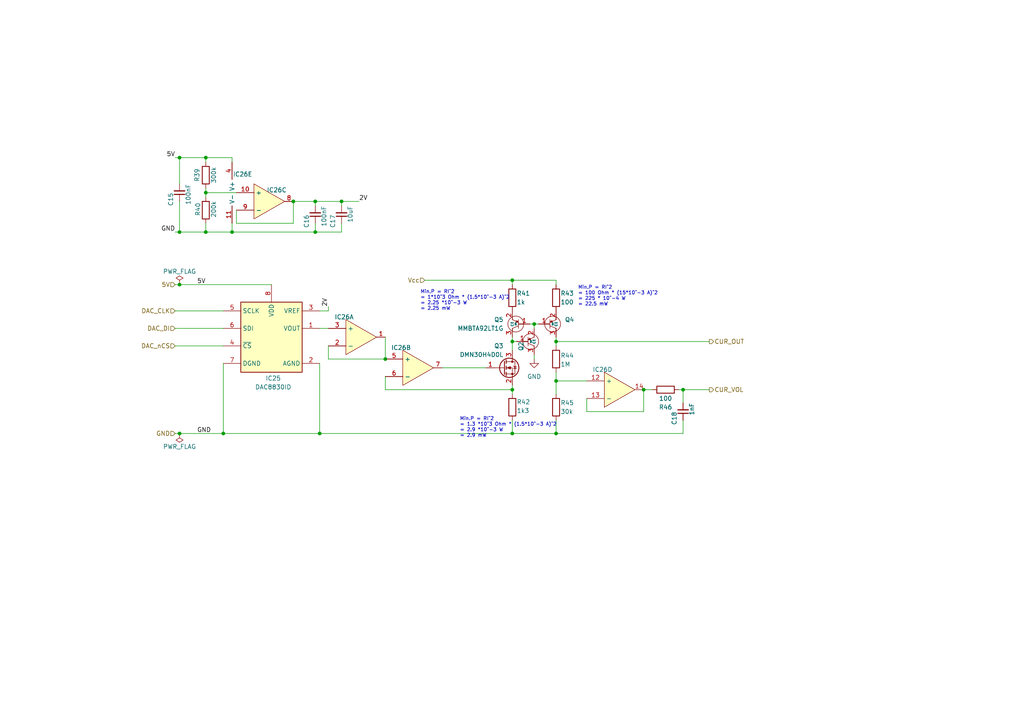
<source format=kicad_sch>
(kicad_sch
	(version 20231120)
	(generator "eeschema")
	(generator_version "8.0")
	(uuid "4621acfd-869d-4409-86cb-74408be04131")
	(paper "A4")
	(title_block
		(title "vol/cur converter ")
		(date "2024-09-20")
		(rev "2")
		(comment 1 "on demo UIST24")
		(comment 2 "DAC: DAC9930")
		(comment 3 "Op-amp: OPA4205")
		(comment 4 "MOSFET: DMN30H4D0l")
	)
	(lib_symbols
		(symbol "DL:MMBTA92LT1G"
			(exclude_from_sim no)
			(in_bom yes)
			(on_board yes)
			(property "Reference" "Q3"
				(at 13.97 -2.54 0)
				(effects
					(font
						(size 1.27 1.27)
					)
					(justify left)
				)
			)
			(property "Value" "MMBTA92LT1G"
				(at 13.97 0 0)
				(effects
					(font
						(size 1.27 1.27)
					)
					(justify left)
				)
			)
			(property "Footprint" "SOT96P237X111-3N"
				(at 16.51 -94.92 0)
				(effects
					(font
						(size 1.27 1.27)
					)
					(justify left top)
					(hide yes)
				)
			)
			(property "Datasheet" "http://www.onsemi.com/pub/Collateral/MMBTA92LT1-D.PDF"
				(at 16.51 -194.92 0)
				(effects
					(font
						(size 1.27 1.27)
					)
					(justify left top)
					(hide yes)
				)
			)
			(property "Description" "ON SEMICONDUCTOR - MMBTA92LT1G - TRANSISTOR, RF BIPOLAR"
				(at 0 0 0)
				(effects
					(font
						(size 1.27 1.27)
					)
					(hide yes)
				)
			)
			(property "Height" "1.11"
				(at 16.51 -394.92 0)
				(effects
					(font
						(size 1.27 1.27)
					)
					(justify left top)
					(hide yes)
				)
			)
			(property "Manufacturer_Name" "onsemi"
				(at 16.51 -494.92 0)
				(effects
					(font
						(size 1.27 1.27)
					)
					(justify left top)
					(hide yes)
				)
			)
			(property "Manufacturer_Part_Number" "MMBTA92LT1G"
				(at 16.51 -594.92 0)
				(effects
					(font
						(size 1.27 1.27)
					)
					(justify left top)
					(hide yes)
				)
			)
			(property "Mouser Part Number" "863-MMBTA92LT1G"
				(at 16.51 -694.92 0)
				(effects
					(font
						(size 1.27 1.27)
					)
					(justify left top)
					(hide yes)
				)
			)
			(property "Mouser Price/Stock" "https://www.mouser.co.uk/ProductDetail/onsemi/MMBTA92LT1G?qs=P4IOph%252Bbot9aDcp%2FvpPyDQ%3D%3D"
				(at 16.51 -794.92 0)
				(effects
					(font
						(size 1.27 1.27)
					)
					(justify left top)
					(hide yes)
				)
			)
			(property "Arrow Part Number" "MMBTA92LT1G"
				(at 16.51 -894.92 0)
				(effects
					(font
						(size 1.27 1.27)
					)
					(justify left top)
					(hide yes)
				)
			)
			(property "Arrow Price/Stock" "https://www.arrow.com/en/products/mmbta92lt1g/on-semiconductor?region=nac"
				(at 16.51 -994.92 0)
				(effects
					(font
						(size 1.27 1.27)
					)
					(justify left top)
					(hide yes)
				)
			)
			(symbol "MMBTA92LT1G_0_1"
				(polyline
					(pts
						(xy 9.652 0) (xy 9.652 -2.54)
					)
					(stroke
						(width 0)
						(type default)
					)
					(fill
						(type none)
					)
				)
				(polyline
					(pts
						(xy 9.652 -0.762) (xy 11.43 0) (xy 11.43 0.762)
					)
					(stroke
						(width 0)
						(type default)
					)
					(fill
						(type none)
					)
				)
			)
			(symbol "MMBTA92LT1G_1_1"
				(polyline
					(pts
						(xy 9.652 -1.778) (xy 11.43 -2.54)
					)
					(stroke
						(width 0)
						(type default)
					)
					(fill
						(type none)
					)
				)
				(polyline
					(pts
						(xy 9.652 -1.27) (xy 8.128 -1.27)
					)
					(stroke
						(width 0)
						(type default)
					)
					(fill
						(type none)
					)
				)
				(polyline
					(pts
						(xy 11.43 -2.54) (xy 11.43 -3.302)
					)
					(stroke
						(width 0)
						(type default)
					)
					(fill
						(type none)
					)
				)
				(polyline
					(pts
						(xy 9.652 -1.778) (xy 10.16 -2.286) (xy 10.414 -1.778) (xy 9.652 -1.778)
					)
					(stroke
						(width 0)
						(type default)
					)
					(fill
						(type outline)
					)
				)
				(circle
					(center 10.414 -1.27)
					(radius 2.3001)
					(stroke
						(width 0)
						(type default)
					)
					(fill
						(type none)
					)
				)
				(pin passive line
					(at 6.35 -1.27 0)
					(length 3.175)
					(name "B"
						(effects
							(font
								(size 0.635 0.635)
							)
						)
					)
					(number "1"
						(effects
							(font
								(size 1.27 1.27)
							)
						)
					)
				)
				(pin passive line
					(at 11.43 -5.08 90)
					(length 2.54)
					(name "E"
						(effects
							(font
								(size 0.635 0.635)
							)
						)
					)
					(number "2"
						(effects
							(font
								(size 1.27 1.27)
							)
						)
					)
				)
				(pin passive line
					(at 11.43 2.54 270)
					(length 2.54)
					(name "C"
						(effects
							(font
								(size 0.635 0.635)
							)
						)
					)
					(number "3"
						(effects
							(font
								(size 1.27 1.27)
							)
						)
					)
				)
			)
		)
		(symbol "Device:C_Small"
			(pin_numbers hide)
			(pin_names
				(offset 0.254) hide)
			(exclude_from_sim no)
			(in_bom yes)
			(on_board yes)
			(property "Reference" "C"
				(at 0.254 1.778 0)
				(effects
					(font
						(size 1.27 1.27)
					)
					(justify left)
				)
			)
			(property "Value" "C_Small"
				(at 0.254 -2.032 0)
				(effects
					(font
						(size 1.27 1.27)
					)
					(justify left)
				)
			)
			(property "Footprint" ""
				(at 0 0 0)
				(effects
					(font
						(size 1.27 1.27)
					)
					(hide yes)
				)
			)
			(property "Datasheet" "~"
				(at 0 0 0)
				(effects
					(font
						(size 1.27 1.27)
					)
					(hide yes)
				)
			)
			(property "Description" "Unpolarized capacitor, small symbol"
				(at 0 0 0)
				(effects
					(font
						(size 1.27 1.27)
					)
					(hide yes)
				)
			)
			(property "ki_keywords" "capacitor cap"
				(at 0 0 0)
				(effects
					(font
						(size 1.27 1.27)
					)
					(hide yes)
				)
			)
			(property "ki_fp_filters" "C_*"
				(at 0 0 0)
				(effects
					(font
						(size 1.27 1.27)
					)
					(hide yes)
				)
			)
			(symbol "C_Small_0_1"
				(polyline
					(pts
						(xy -1.524 -0.508) (xy 1.524 -0.508)
					)
					(stroke
						(width 0.3302)
						(type default)
					)
					(fill
						(type none)
					)
				)
				(polyline
					(pts
						(xy -1.524 0.508) (xy 1.524 0.508)
					)
					(stroke
						(width 0.3048)
						(type default)
					)
					(fill
						(type none)
					)
				)
			)
			(symbol "C_Small_1_1"
				(pin passive line
					(at 0 2.54 270)
					(length 2.032)
					(name "~"
						(effects
							(font
								(size 1.27 1.27)
							)
						)
					)
					(number "1"
						(effects
							(font
								(size 1.27 1.27)
							)
						)
					)
				)
				(pin passive line
					(at 0 -2.54 90)
					(length 2.032)
					(name "~"
						(effects
							(font
								(size 1.27 1.27)
							)
						)
					)
					(number "2"
						(effects
							(font
								(size 1.27 1.27)
							)
						)
					)
				)
			)
		)
		(symbol "Device:R"
			(pin_numbers hide)
			(pin_names
				(offset 0)
			)
			(exclude_from_sim no)
			(in_bom yes)
			(on_board yes)
			(property "Reference" "R"
				(at 2.032 0 90)
				(effects
					(font
						(size 1.27 1.27)
					)
				)
			)
			(property "Value" "R"
				(at 0 0 90)
				(effects
					(font
						(size 1.27 1.27)
					)
				)
			)
			(property "Footprint" ""
				(at -1.778 0 90)
				(effects
					(font
						(size 1.27 1.27)
					)
					(hide yes)
				)
			)
			(property "Datasheet" "~"
				(at 0 0 0)
				(effects
					(font
						(size 1.27 1.27)
					)
					(hide yes)
				)
			)
			(property "Description" "Resistor"
				(at 0 0 0)
				(effects
					(font
						(size 1.27 1.27)
					)
					(hide yes)
				)
			)
			(property "ki_keywords" "R res resistor"
				(at 0 0 0)
				(effects
					(font
						(size 1.27 1.27)
					)
					(hide yes)
				)
			)
			(property "ki_fp_filters" "R_*"
				(at 0 0 0)
				(effects
					(font
						(size 1.27 1.27)
					)
					(hide yes)
				)
			)
			(symbol "R_0_1"
				(rectangle
					(start -1.016 -2.54)
					(end 1.016 2.54)
					(stroke
						(width 0.254)
						(type default)
					)
					(fill
						(type none)
					)
				)
			)
			(symbol "R_1_1"
				(pin passive line
					(at 0 3.81 270)
					(length 1.27)
					(name "~"
						(effects
							(font
								(size 1.27 1.27)
							)
						)
					)
					(number "1"
						(effects
							(font
								(size 1.27 1.27)
							)
						)
					)
				)
				(pin passive line
					(at 0 -3.81 90)
					(length 1.27)
					(name "~"
						(effects
							(font
								(size 1.27 1.27)
							)
						)
					)
					(number "2"
						(effects
							(font
								(size 1.27 1.27)
							)
						)
					)
				)
			)
		)
		(symbol "OPA4205APWT_1"
			(exclude_from_sim no)
			(in_bom yes)
			(on_board yes)
			(property "Reference" "IC25"
				(at 4.572 3.302 0)
				(effects
					(font
						(size 1.27 1.27)
					)
				)
			)
			(property "Value" "OPA4205APWT"
				(at 12.446 3.048 0)
				(effects
					(font
						(size 1.27 1.27)
					)
					(hide yes)
				)
			)
			(property "Footprint" "SOP65P640X120-14N"
				(at 26.67 -94.92 0)
				(effects
					(font
						(size 1.27 1.27)
					)
					(justify left top)
					(hide yes)
				)
			)
			(property "Datasheet" "https://www.ti.com/general/docs/suppproductinfo.tsp?distId=26&gotoUrl=https://www.ti.com/lit/gpn/opa2205"
				(at 26.67 -194.92 0)
				(effects
					(font
						(size 1.27 1.27)
					)
					(justify left top)
					(hide yes)
				)
			)
			(property "Description" "PRECISION INSTRUMENTATION AMP"
				(at -4.572 11.43 0)
				(effects
					(font
						(size 1.27 1.27)
					)
					(hide yes)
				)
			)
			(property "Height" "1.2"
				(at 26.67 -394.92 0)
				(effects
					(font
						(size 1.27 1.27)
					)
					(justify left top)
					(hide yes)
				)
			)
			(property "Manufacturer_Name" "Texas Instruments"
				(at 26.67 -494.92 0)
				(effects
					(font
						(size 1.27 1.27)
					)
					(justify left top)
					(hide yes)
				)
			)
			(property "Manufacturer_Part_Number" "OPA4205APWT"
				(at 26.67 -594.92 0)
				(effects
					(font
						(size 1.27 1.27)
					)
					(justify left top)
					(hide yes)
				)
			)
			(property "Mouser Part Number" ""
				(at 26.67 -694.92 0)
				(effects
					(font
						(size 1.27 1.27)
					)
					(justify left top)
					(hide yes)
				)
			)
			(property "Mouser Price/Stock" ""
				(at 26.67 -794.92 0)
				(effects
					(font
						(size 1.27 1.27)
					)
					(justify left top)
					(hide yes)
				)
			)
			(property "Arrow Part Number" "OPA4205APWT"
				(at 26.67 -894.92 0)
				(effects
					(font
						(size 1.27 1.27)
					)
					(justify left top)
					(hide yes)
				)
			)
			(property "Arrow Price/Stock" "https://www.arrow.com/en/products/opa4205apwt/texas-instruments?region=nac"
				(at 26.67 -994.92 0)
				(effects
					(font
						(size 1.27 1.27)
					)
					(justify left top)
					(hide yes)
				)
			)
			(symbol "OPA4205APWT_1_1_1"
				(polyline
					(pts
						(xy 5.08 2.54) (xy 5.08 -7.62) (xy 13.97 -2.54) (xy 5.08 2.54)
					)
					(stroke
						(width 0)
						(type default)
					)
					(fill
						(type background)
					)
				)
				(pin passive line
					(at 16.51 -2.54 180)
					(length 2.54)
					(name "~"
						(effects
							(font
								(size 1.27 1.27)
							)
						)
					)
					(number "1"
						(effects
							(font
								(size 1.27 1.27)
							)
						)
					)
				)
				(pin passive line
					(at 0 -5.08 0)
					(length 5.08)
					(name "-"
						(effects
							(font
								(size 1.27 1.27)
							)
						)
					)
					(number "2"
						(effects
							(font
								(size 1.27 1.27)
							)
						)
					)
				)
				(pin passive line
					(at 0 0 0)
					(length 5.08)
					(name "+"
						(effects
							(font
								(size 1.27 1.27)
							)
						)
					)
					(number "3"
						(effects
							(font
								(size 1.27 1.27)
							)
						)
					)
				)
			)
			(symbol "OPA4205APWT_1_2_1"
				(polyline
					(pts
						(xy 5.08 2.54) (xy 5.08 -7.62) (xy 13.97 -2.54) (xy 5.08 2.54)
					)
					(stroke
						(width 0)
						(type default)
					)
					(fill
						(type background)
					)
				)
				(pin passive line
					(at 0 0 0)
					(length 5.08)
					(name "+"
						(effects
							(font
								(size 1.27 1.27)
							)
						)
					)
					(number "5"
						(effects
							(font
								(size 1.27 1.27)
							)
						)
					)
				)
				(pin passive line
					(at 0 -5.08 0)
					(length 5.08)
					(name "-"
						(effects
							(font
								(size 1.27 1.27)
							)
						)
					)
					(number "6"
						(effects
							(font
								(size 1.27 1.27)
							)
						)
					)
				)
				(pin passive line
					(at 16.51 -2.54 180)
					(length 2.54)
					(name "~"
						(effects
							(font
								(size 1.27 1.27)
							)
						)
					)
					(number "7"
						(effects
							(font
								(size 1.27 1.27)
							)
						)
					)
				)
			)
			(symbol "OPA4205APWT_1_3_1"
				(polyline
					(pts
						(xy 5.08 2.54) (xy 5.08 -7.62) (xy 13.97 -2.54) (xy 5.08 2.54)
					)
					(stroke
						(width 0)
						(type default)
					)
					(fill
						(type background)
					)
				)
				(pin passive line
					(at 0 0 0)
					(length 5.08)
					(name "+"
						(effects
							(font
								(size 1.27 1.27)
							)
						)
					)
					(number "10"
						(effects
							(font
								(size 1.27 1.27)
							)
						)
					)
				)
				(pin passive line
					(at 16.51 -2.54 180)
					(length 2.54)
					(name "~"
						(effects
							(font
								(size 1.27 1.27)
							)
						)
					)
					(number "8"
						(effects
							(font
								(size 1.27 1.27)
							)
						)
					)
				)
				(pin passive line
					(at 0 -5.08 0)
					(length 5.08)
					(name "-"
						(effects
							(font
								(size 1.27 1.27)
							)
						)
					)
					(number "9"
						(effects
							(font
								(size 1.27 1.27)
							)
						)
					)
				)
			)
			(symbol "OPA4205APWT_1_4_1"
				(polyline
					(pts
						(xy 5.08 2.54) (xy 5.08 -7.62) (xy 13.97 -2.54) (xy 5.08 2.54)
					)
					(stroke
						(width 0)
						(type default)
					)
					(fill
						(type background)
					)
				)
				(pin passive line
					(at 0 0 0)
					(length 5.08)
					(name "+"
						(effects
							(font
								(size 1.27 1.27)
							)
						)
					)
					(number "12"
						(effects
							(font
								(size 1.27 1.27)
							)
						)
					)
				)
				(pin passive line
					(at 0 -5.08 0)
					(length 5.08)
					(name "-"
						(effects
							(font
								(size 1.27 1.27)
							)
						)
					)
					(number "13"
						(effects
							(font
								(size 1.27 1.27)
							)
						)
					)
				)
				(pin passive line
					(at 16.51 -2.54 180)
					(length 2.54)
					(name "~"
						(effects
							(font
								(size 1.27 1.27)
							)
						)
					)
					(number "14"
						(effects
							(font
								(size 1.27 1.27)
							)
						)
					)
				)
			)
			(symbol "OPA4205APWT_1_5_1"
				(pin passive line
					(at 0 -8.89 90)
					(length 5.08)
					(name "V-"
						(effects
							(font
								(size 1.27 1.27)
							)
						)
					)
					(number "11"
						(effects
							(font
								(size 1.27 1.27)
							)
						)
					)
				)
				(pin passive line
					(at 0 8.89 270)
					(length 5.08)
					(name "V+"
						(effects
							(font
								(size 1.27 1.27)
							)
						)
					)
					(number "4"
						(effects
							(font
								(size 1.27 1.27)
							)
						)
					)
				)
			)
		)
		(symbol "OPA4205APWT_2"
			(exclude_from_sim no)
			(in_bom yes)
			(on_board yes)
			(property "Reference" "IC25"
				(at 4.572 3.302 0)
				(effects
					(font
						(size 1.27 1.27)
					)
				)
			)
			(property "Value" "OPA4205APWT"
				(at 12.446 3.048 0)
				(effects
					(font
						(size 1.27 1.27)
					)
					(hide yes)
				)
			)
			(property "Footprint" "SOP65P640X120-14N"
				(at 26.67 -94.92 0)
				(effects
					(font
						(size 1.27 1.27)
					)
					(justify left top)
					(hide yes)
				)
			)
			(property "Datasheet" "https://www.ti.com/general/docs/suppproductinfo.tsp?distId=26&gotoUrl=https://www.ti.com/lit/gpn/opa2205"
				(at 26.67 -194.92 0)
				(effects
					(font
						(size 1.27 1.27)
					)
					(justify left top)
					(hide yes)
				)
			)
			(property "Description" "PRECISION INSTRUMENTATION AMP"
				(at -4.572 11.43 0)
				(effects
					(font
						(size 1.27 1.27)
					)
					(hide yes)
				)
			)
			(property "Height" "1.2"
				(at 26.67 -394.92 0)
				(effects
					(font
						(size 1.27 1.27)
					)
					(justify left top)
					(hide yes)
				)
			)
			(property "Manufacturer_Name" "Texas Instruments"
				(at 26.67 -494.92 0)
				(effects
					(font
						(size 1.27 1.27)
					)
					(justify left top)
					(hide yes)
				)
			)
			(property "Manufacturer_Part_Number" "OPA4205APWT"
				(at 26.67 -594.92 0)
				(effects
					(font
						(size 1.27 1.27)
					)
					(justify left top)
					(hide yes)
				)
			)
			(property "Mouser Part Number" ""
				(at 26.67 -694.92 0)
				(effects
					(font
						(size 1.27 1.27)
					)
					(justify left top)
					(hide yes)
				)
			)
			(property "Mouser Price/Stock" ""
				(at 26.67 -794.92 0)
				(effects
					(font
						(size 1.27 1.27)
					)
					(justify left top)
					(hide yes)
				)
			)
			(property "Arrow Part Number" "OPA4205APWT"
				(at 26.67 -894.92 0)
				(effects
					(font
						(size 1.27 1.27)
					)
					(justify left top)
					(hide yes)
				)
			)
			(property "Arrow Price/Stock" "https://www.arrow.com/en/products/opa4205apwt/texas-instruments?region=nac"
				(at 26.67 -994.92 0)
				(effects
					(font
						(size 1.27 1.27)
					)
					(justify left top)
					(hide yes)
				)
			)
			(symbol "OPA4205APWT_2_1_1"
				(polyline
					(pts
						(xy 5.08 2.54) (xy 5.08 -7.62) (xy 13.97 -2.54) (xy 5.08 2.54)
					)
					(stroke
						(width 0)
						(type default)
					)
					(fill
						(type background)
					)
				)
				(pin passive line
					(at 16.51 -2.54 180)
					(length 2.54)
					(name "~"
						(effects
							(font
								(size 1.27 1.27)
							)
						)
					)
					(number "1"
						(effects
							(font
								(size 1.27 1.27)
							)
						)
					)
				)
				(pin passive line
					(at 0 -5.08 0)
					(length 5.08)
					(name "-"
						(effects
							(font
								(size 1.27 1.27)
							)
						)
					)
					(number "2"
						(effects
							(font
								(size 1.27 1.27)
							)
						)
					)
				)
				(pin passive line
					(at 0 0 0)
					(length 5.08)
					(name "+"
						(effects
							(font
								(size 1.27 1.27)
							)
						)
					)
					(number "3"
						(effects
							(font
								(size 1.27 1.27)
							)
						)
					)
				)
			)
			(symbol "OPA4205APWT_2_2_1"
				(polyline
					(pts
						(xy 5.08 2.54) (xy 5.08 -7.62) (xy 13.97 -2.54) (xy 5.08 2.54)
					)
					(stroke
						(width 0)
						(type default)
					)
					(fill
						(type background)
					)
				)
				(pin passive line
					(at 0 0 0)
					(length 5.08)
					(name "+"
						(effects
							(font
								(size 1.27 1.27)
							)
						)
					)
					(number "5"
						(effects
							(font
								(size 1.27 1.27)
							)
						)
					)
				)
				(pin passive line
					(at 0 -5.08 0)
					(length 5.08)
					(name "-"
						(effects
							(font
								(size 1.27 1.27)
							)
						)
					)
					(number "6"
						(effects
							(font
								(size 1.27 1.27)
							)
						)
					)
				)
				(pin passive line
					(at 16.51 -2.54 180)
					(length 2.54)
					(name "~"
						(effects
							(font
								(size 1.27 1.27)
							)
						)
					)
					(number "7"
						(effects
							(font
								(size 1.27 1.27)
							)
						)
					)
				)
			)
			(symbol "OPA4205APWT_2_3_1"
				(polyline
					(pts
						(xy 5.08 2.54) (xy 5.08 -7.62) (xy 13.97 -2.54) (xy 5.08 2.54)
					)
					(stroke
						(width 0)
						(type default)
					)
					(fill
						(type background)
					)
				)
				(pin passive line
					(at 0 0 0)
					(length 5.08)
					(name "+"
						(effects
							(font
								(size 1.27 1.27)
							)
						)
					)
					(number "10"
						(effects
							(font
								(size 1.27 1.27)
							)
						)
					)
				)
				(pin passive line
					(at 16.51 -2.54 180)
					(length 2.54)
					(name "~"
						(effects
							(font
								(size 1.27 1.27)
							)
						)
					)
					(number "8"
						(effects
							(font
								(size 1.27 1.27)
							)
						)
					)
				)
				(pin passive line
					(at 0 -5.08 0)
					(length 5.08)
					(name "-"
						(effects
							(font
								(size 1.27 1.27)
							)
						)
					)
					(number "9"
						(effects
							(font
								(size 1.27 1.27)
							)
						)
					)
				)
			)
			(symbol "OPA4205APWT_2_4_1"
				(polyline
					(pts
						(xy 5.08 2.54) (xy 5.08 -7.62) (xy 13.97 -2.54) (xy 5.08 2.54)
					)
					(stroke
						(width 0)
						(type default)
					)
					(fill
						(type background)
					)
				)
				(pin passive line
					(at 0 0 0)
					(length 5.08)
					(name "+"
						(effects
							(font
								(size 1.27 1.27)
							)
						)
					)
					(number "12"
						(effects
							(font
								(size 1.27 1.27)
							)
						)
					)
				)
				(pin passive line
					(at 0 -5.08 0)
					(length 5.08)
					(name "-"
						(effects
							(font
								(size 1.27 1.27)
							)
						)
					)
					(number "13"
						(effects
							(font
								(size 1.27 1.27)
							)
						)
					)
				)
				(pin passive line
					(at 16.51 -2.54 180)
					(length 2.54)
					(name "~"
						(effects
							(font
								(size 1.27 1.27)
							)
						)
					)
					(number "14"
						(effects
							(font
								(size 1.27 1.27)
							)
						)
					)
				)
			)
			(symbol "OPA4205APWT_2_5_1"
				(pin passive line
					(at 0 -8.89 90)
					(length 5.08)
					(name "V-"
						(effects
							(font
								(size 1.27 1.27)
							)
						)
					)
					(number "11"
						(effects
							(font
								(size 1.27 1.27)
							)
						)
					)
				)
				(pin passive line
					(at 0 8.89 270)
					(length 5.08)
					(name "V+"
						(effects
							(font
								(size 1.27 1.27)
							)
						)
					)
					(number "4"
						(effects
							(font
								(size 1.27 1.27)
							)
						)
					)
				)
			)
		)
		(symbol "OPA4205APWT_3"
			(exclude_from_sim no)
			(in_bom yes)
			(on_board yes)
			(property "Reference" "IC25"
				(at 4.572 3.302 0)
				(effects
					(font
						(size 1.27 1.27)
					)
				)
			)
			(property "Value" "OPA4205APWT"
				(at 12.446 3.048 0)
				(effects
					(font
						(size 1.27 1.27)
					)
					(hide yes)
				)
			)
			(property "Footprint" "SOP65P640X120-14N"
				(at 26.67 -94.92 0)
				(effects
					(font
						(size 1.27 1.27)
					)
					(justify left top)
					(hide yes)
				)
			)
			(property "Datasheet" "https://www.ti.com/general/docs/suppproductinfo.tsp?distId=26&gotoUrl=https://www.ti.com/lit/gpn/opa2205"
				(at 26.67 -194.92 0)
				(effects
					(font
						(size 1.27 1.27)
					)
					(justify left top)
					(hide yes)
				)
			)
			(property "Description" "PRECISION INSTRUMENTATION AMP"
				(at -4.572 11.43 0)
				(effects
					(font
						(size 1.27 1.27)
					)
					(hide yes)
				)
			)
			(property "Height" "1.2"
				(at 26.67 -394.92 0)
				(effects
					(font
						(size 1.27 1.27)
					)
					(justify left top)
					(hide yes)
				)
			)
			(property "Manufacturer_Name" "Texas Instruments"
				(at 26.67 -494.92 0)
				(effects
					(font
						(size 1.27 1.27)
					)
					(justify left top)
					(hide yes)
				)
			)
			(property "Manufacturer_Part_Number" "OPA4205APWT"
				(at 26.67 -594.92 0)
				(effects
					(font
						(size 1.27 1.27)
					)
					(justify left top)
					(hide yes)
				)
			)
			(property "Mouser Part Number" ""
				(at 26.67 -694.92 0)
				(effects
					(font
						(size 1.27 1.27)
					)
					(justify left top)
					(hide yes)
				)
			)
			(property "Mouser Price/Stock" ""
				(at 26.67 -794.92 0)
				(effects
					(font
						(size 1.27 1.27)
					)
					(justify left top)
					(hide yes)
				)
			)
			(property "Arrow Part Number" "OPA4205APWT"
				(at 26.67 -894.92 0)
				(effects
					(font
						(size 1.27 1.27)
					)
					(justify left top)
					(hide yes)
				)
			)
			(property "Arrow Price/Stock" "https://www.arrow.com/en/products/opa4205apwt/texas-instruments?region=nac"
				(at 26.67 -994.92 0)
				(effects
					(font
						(size 1.27 1.27)
					)
					(justify left top)
					(hide yes)
				)
			)
			(symbol "OPA4205APWT_3_1_1"
				(polyline
					(pts
						(xy 5.08 2.54) (xy 5.08 -7.62) (xy 13.97 -2.54) (xy 5.08 2.54)
					)
					(stroke
						(width 0)
						(type default)
					)
					(fill
						(type background)
					)
				)
				(pin passive line
					(at 16.51 -2.54 180)
					(length 2.54)
					(name "~"
						(effects
							(font
								(size 1.27 1.27)
							)
						)
					)
					(number "1"
						(effects
							(font
								(size 1.27 1.27)
							)
						)
					)
				)
				(pin passive line
					(at 0 -5.08 0)
					(length 5.08)
					(name "-"
						(effects
							(font
								(size 1.27 1.27)
							)
						)
					)
					(number "2"
						(effects
							(font
								(size 1.27 1.27)
							)
						)
					)
				)
				(pin passive line
					(at 0 0 0)
					(length 5.08)
					(name "+"
						(effects
							(font
								(size 1.27 1.27)
							)
						)
					)
					(number "3"
						(effects
							(font
								(size 1.27 1.27)
							)
						)
					)
				)
			)
			(symbol "OPA4205APWT_3_2_1"
				(polyline
					(pts
						(xy 5.08 2.54) (xy 5.08 -7.62) (xy 13.97 -2.54) (xy 5.08 2.54)
					)
					(stroke
						(width 0)
						(type default)
					)
					(fill
						(type background)
					)
				)
				(pin passive line
					(at 0 0 0)
					(length 5.08)
					(name "+"
						(effects
							(font
								(size 1.27 1.27)
							)
						)
					)
					(number "5"
						(effects
							(font
								(size 1.27 1.27)
							)
						)
					)
				)
				(pin passive line
					(at 0 -5.08 0)
					(length 5.08)
					(name "-"
						(effects
							(font
								(size 1.27 1.27)
							)
						)
					)
					(number "6"
						(effects
							(font
								(size 1.27 1.27)
							)
						)
					)
				)
				(pin passive line
					(at 16.51 -2.54 180)
					(length 2.54)
					(name "~"
						(effects
							(font
								(size 1.27 1.27)
							)
						)
					)
					(number "7"
						(effects
							(font
								(size 1.27 1.27)
							)
						)
					)
				)
			)
			(symbol "OPA4205APWT_3_3_1"
				(polyline
					(pts
						(xy 5.08 2.54) (xy 5.08 -7.62) (xy 13.97 -2.54) (xy 5.08 2.54)
					)
					(stroke
						(width 0)
						(type default)
					)
					(fill
						(type background)
					)
				)
				(pin passive line
					(at 0 0 0)
					(length 5.08)
					(name "+"
						(effects
							(font
								(size 1.27 1.27)
							)
						)
					)
					(number "10"
						(effects
							(font
								(size 1.27 1.27)
							)
						)
					)
				)
				(pin passive line
					(at 16.51 -2.54 180)
					(length 2.54)
					(name "~"
						(effects
							(font
								(size 1.27 1.27)
							)
						)
					)
					(number "8"
						(effects
							(font
								(size 1.27 1.27)
							)
						)
					)
				)
				(pin passive line
					(at 0 -5.08 0)
					(length 5.08)
					(name "-"
						(effects
							(font
								(size 1.27 1.27)
							)
						)
					)
					(number "9"
						(effects
							(font
								(size 1.27 1.27)
							)
						)
					)
				)
			)
			(symbol "OPA4205APWT_3_4_1"
				(polyline
					(pts
						(xy 5.08 2.54) (xy 5.08 -7.62) (xy 13.97 -2.54) (xy 5.08 2.54)
					)
					(stroke
						(width 0)
						(type default)
					)
					(fill
						(type background)
					)
				)
				(pin passive line
					(at 0 0 0)
					(length 5.08)
					(name "+"
						(effects
							(font
								(size 1.27 1.27)
							)
						)
					)
					(number "12"
						(effects
							(font
								(size 1.27 1.27)
							)
						)
					)
				)
				(pin passive line
					(at 0 -5.08 0)
					(length 5.08)
					(name "-"
						(effects
							(font
								(size 1.27 1.27)
							)
						)
					)
					(number "13"
						(effects
							(font
								(size 1.27 1.27)
							)
						)
					)
				)
				(pin passive line
					(at 16.51 -2.54 180)
					(length 2.54)
					(name "~"
						(effects
							(font
								(size 1.27 1.27)
							)
						)
					)
					(number "14"
						(effects
							(font
								(size 1.27 1.27)
							)
						)
					)
				)
			)
			(symbol "OPA4205APWT_3_5_1"
				(pin passive line
					(at 0 -8.89 90)
					(length 5.08)
					(name "V-"
						(effects
							(font
								(size 1.27 1.27)
							)
						)
					)
					(number "11"
						(effects
							(font
								(size 1.27 1.27)
							)
						)
					)
				)
				(pin passive line
					(at 0 8.89 270)
					(length 5.08)
					(name "V+"
						(effects
							(font
								(size 1.27 1.27)
							)
						)
					)
					(number "4"
						(effects
							(font
								(size 1.27 1.27)
							)
						)
					)
				)
			)
		)
		(symbol "SamacSys_Parts:DAC8830ID"
			(exclude_from_sim no)
			(in_bom yes)
			(on_board yes)
			(property "Reference" "IC26"
				(at 14.478 -19.558 0)
				(effects
					(font
						(size 1.27 1.27)
					)
				)
			)
			(property "Value" "DAC8830ID"
				(at 14.478 -22.098 0)
				(effects
					(font
						(size 1.27 1.27)
					)
				)
			)
			(property "Footprint" "SOIC127P600X175-8N"
				(at 24.13 -94.92 0)
				(effects
					(font
						(size 1.27 1.27)
					)
					(justify left top)
					(hide yes)
				)
			)
			(property "Datasheet" "http://www.ti.com/lit/gpn/dac8830"
				(at 24.13 -194.92 0)
				(effects
					(font
						(size 1.27 1.27)
					)
					(justify left top)
					(hide yes)
				)
			)
			(property "Description" "16-bit, single-channel, ultra-low power, voltage output DAC"
				(at 0.254 6.35 0)
				(effects
					(font
						(size 1.27 1.27)
					)
					(hide yes)
				)
			)
			(property "Height" "1.75"
				(at 24.13 -394.92 0)
				(effects
					(font
						(size 1.27 1.27)
					)
					(justify left top)
					(hide yes)
				)
			)
			(property "Manufacturer_Name" "Texas Instruments"
				(at 24.13 -494.92 0)
				(effects
					(font
						(size 1.27 1.27)
					)
					(justify left top)
					(hide yes)
				)
			)
			(property "Manufacturer_Part_Number" "DAC8830ID"
				(at 24.13 -594.92 0)
				(effects
					(font
						(size 1.27 1.27)
					)
					(justify left top)
					(hide yes)
				)
			)
			(property "Mouser Part Number" "595-DAC8830ID"
				(at 24.13 -694.92 0)
				(effects
					(font
						(size 1.27 1.27)
					)
					(justify left top)
					(hide yes)
				)
			)
			(property "Mouser Price/Stock" "https://www.mouser.co.uk/ProductDetail/Texas-Instruments/DAC8830ID?qs=tP77tliwutDy15CksXZZWQ%3D%3D"
				(at 24.13 -794.92 0)
				(effects
					(font
						(size 1.27 1.27)
					)
					(justify left top)
					(hide yes)
				)
			)
			(property "Arrow Part Number" "DAC8830ID"
				(at 24.13 -894.92 0)
				(effects
					(font
						(size 1.27 1.27)
					)
					(justify left top)
					(hide yes)
				)
			)
			(property "Arrow Price/Stock" "https://www.arrow.com/en/products/dac8830id/texas-instruments?region=nac"
				(at 24.13 -994.92 0)
				(effects
					(font
						(size 1.27 1.27)
					)
					(justify left top)
					(hide yes)
				)
			)
			(symbol "DAC8830ID_1_1"
				(rectangle
					(start 5.08 2.54)
					(end 22.86 -17.78)
					(stroke
						(width 0.254)
						(type default)
					)
					(fill
						(type background)
					)
				)
				(pin passive line
					(at 27.94 -5.08 180)
					(length 5.08)
					(name "VOUT"
						(effects
							(font
								(size 1.27 1.27)
							)
						)
					)
					(number "1"
						(effects
							(font
								(size 1.27 1.27)
							)
						)
					)
				)
				(pin passive line
					(at 27.94 -15.24 180)
					(length 5.08)
					(name "AGND"
						(effects
							(font
								(size 1.27 1.27)
							)
						)
					)
					(number "2"
						(effects
							(font
								(size 1.27 1.27)
							)
						)
					)
				)
				(pin passive line
					(at 27.94 0 180)
					(length 5.08)
					(name "VREF"
						(effects
							(font
								(size 1.27 1.27)
							)
						)
					)
					(number "3"
						(effects
							(font
								(size 1.27 1.27)
							)
						)
					)
				)
				(pin passive line
					(at 0 -10.16 0)
					(length 5.08)
					(name "~{CS}"
						(effects
							(font
								(size 1.27 1.27)
							)
						)
					)
					(number "4"
						(effects
							(font
								(size 1.27 1.27)
							)
						)
					)
				)
				(pin passive line
					(at 0 0 0)
					(length 5.08)
					(name "SCLK"
						(effects
							(font
								(size 1.27 1.27)
							)
						)
					)
					(number "5"
						(effects
							(font
								(size 1.27 1.27)
							)
						)
					)
				)
				(pin passive line
					(at 0 -5.08 0)
					(length 5.08)
					(name "SDI"
						(effects
							(font
								(size 1.27 1.27)
							)
						)
					)
					(number "6"
						(effects
							(font
								(size 1.27 1.27)
							)
						)
					)
				)
				(pin passive line
					(at 0 -15.24 0)
					(length 5.08)
					(name "DGND"
						(effects
							(font
								(size 1.27 1.27)
							)
						)
					)
					(number "7"
						(effects
							(font
								(size 1.27 1.27)
							)
						)
					)
				)
				(pin passive line
					(at 13.97 7.62 270)
					(length 5.08)
					(name "VDD"
						(effects
							(font
								(size 1.27 1.27)
							)
						)
					)
					(number "8"
						(effects
							(font
								(size 1.27 1.27)
							)
						)
					)
				)
			)
		)
		(symbol "SamacSys_Parts:OPA4205APWT"
			(exclude_from_sim no)
			(in_bom yes)
			(on_board yes)
			(property "Reference" "IC25"
				(at 4.572 3.302 0)
				(effects
					(font
						(size 1.27 1.27)
					)
				)
			)
			(property "Value" "OPA4205APWT"
				(at 12.446 3.048 0)
				(effects
					(font
						(size 1.27 1.27)
					)
					(hide yes)
				)
			)
			(property "Footprint" "SOP65P640X120-14N"
				(at 26.67 -94.92 0)
				(effects
					(font
						(size 1.27 1.27)
					)
					(justify left top)
					(hide yes)
				)
			)
			(property "Datasheet" "https://www.ti.com/general/docs/suppproductinfo.tsp?distId=26&gotoUrl=https://www.ti.com/lit/gpn/opa2205"
				(at 26.67 -194.92 0)
				(effects
					(font
						(size 1.27 1.27)
					)
					(justify left top)
					(hide yes)
				)
			)
			(property "Description" "PRECISION INSTRUMENTATION AMP"
				(at -4.572 11.43 0)
				(effects
					(font
						(size 1.27 1.27)
					)
					(hide yes)
				)
			)
			(property "Height" "1.2"
				(at 26.67 -394.92 0)
				(effects
					(font
						(size 1.27 1.27)
					)
					(justify left top)
					(hide yes)
				)
			)
			(property "Manufacturer_Name" "Texas Instruments"
				(at 26.67 -494.92 0)
				(effects
					(font
						(size 1.27 1.27)
					)
					(justify left top)
					(hide yes)
				)
			)
			(property "Manufacturer_Part_Number" "OPA4205APWT"
				(at 26.67 -594.92 0)
				(effects
					(font
						(size 1.27 1.27)
					)
					(justify left top)
					(hide yes)
				)
			)
			(property "Mouser Part Number" ""
				(at 26.67 -694.92 0)
				(effects
					(font
						(size 1.27 1.27)
					)
					(justify left top)
					(hide yes)
				)
			)
			(property "Mouser Price/Stock" ""
				(at 26.67 -794.92 0)
				(effects
					(font
						(size 1.27 1.27)
					)
					(justify left top)
					(hide yes)
				)
			)
			(property "Arrow Part Number" "OPA4205APWT"
				(at 26.67 -894.92 0)
				(effects
					(font
						(size 1.27 1.27)
					)
					(justify left top)
					(hide yes)
				)
			)
			(property "Arrow Price/Stock" "https://www.arrow.com/en/products/opa4205apwt/texas-instruments?region=nac"
				(at 26.67 -994.92 0)
				(effects
					(font
						(size 1.27 1.27)
					)
					(justify left top)
					(hide yes)
				)
			)
			(symbol "OPA4205APWT_1_1"
				(polyline
					(pts
						(xy 5.08 2.54) (xy 5.08 -7.62) (xy 13.97 -2.54) (xy 5.08 2.54)
					)
					(stroke
						(width 0)
						(type default)
					)
					(fill
						(type background)
					)
				)
				(pin passive line
					(at 16.51 -2.54 180)
					(length 2.54)
					(name "~"
						(effects
							(font
								(size 1.27 1.27)
							)
						)
					)
					(number "1"
						(effects
							(font
								(size 1.27 1.27)
							)
						)
					)
				)
				(pin passive line
					(at 0 -5.08 0)
					(length 5.08)
					(name "-"
						(effects
							(font
								(size 1.27 1.27)
							)
						)
					)
					(number "2"
						(effects
							(font
								(size 1.27 1.27)
							)
						)
					)
				)
				(pin passive line
					(at 0 0 0)
					(length 5.08)
					(name "+"
						(effects
							(font
								(size 1.27 1.27)
							)
						)
					)
					(number "3"
						(effects
							(font
								(size 1.27 1.27)
							)
						)
					)
				)
			)
			(symbol "OPA4205APWT_2_1"
				(polyline
					(pts
						(xy 5.08 2.54) (xy 5.08 -7.62) (xy 13.97 -2.54) (xy 5.08 2.54)
					)
					(stroke
						(width 0)
						(type default)
					)
					(fill
						(type background)
					)
				)
				(pin passive line
					(at 0 0 0)
					(length 5.08)
					(name "+"
						(effects
							(font
								(size 1.27 1.27)
							)
						)
					)
					(number "5"
						(effects
							(font
								(size 1.27 1.27)
							)
						)
					)
				)
				(pin passive line
					(at 0 -5.08 0)
					(length 5.08)
					(name "-"
						(effects
							(font
								(size 1.27 1.27)
							)
						)
					)
					(number "6"
						(effects
							(font
								(size 1.27 1.27)
							)
						)
					)
				)
				(pin passive line
					(at 16.51 -2.54 180)
					(length 2.54)
					(name "~"
						(effects
							(font
								(size 1.27 1.27)
							)
						)
					)
					(number "7"
						(effects
							(font
								(size 1.27 1.27)
							)
						)
					)
				)
			)
			(symbol "OPA4205APWT_3_1"
				(polyline
					(pts
						(xy 5.08 2.54) (xy 5.08 -7.62) (xy 13.97 -2.54) (xy 5.08 2.54)
					)
					(stroke
						(width 0)
						(type default)
					)
					(fill
						(type background)
					)
				)
				(pin passive line
					(at 0 0 0)
					(length 5.08)
					(name "+"
						(effects
							(font
								(size 1.27 1.27)
							)
						)
					)
					(number "10"
						(effects
							(font
								(size 1.27 1.27)
							)
						)
					)
				)
				(pin passive line
					(at 16.51 -2.54 180)
					(length 2.54)
					(name "~"
						(effects
							(font
								(size 1.27 1.27)
							)
						)
					)
					(number "8"
						(effects
							(font
								(size 1.27 1.27)
							)
						)
					)
				)
				(pin passive line
					(at 0 -5.08 0)
					(length 5.08)
					(name "-"
						(effects
							(font
								(size 1.27 1.27)
							)
						)
					)
					(number "9"
						(effects
							(font
								(size 1.27 1.27)
							)
						)
					)
				)
			)
			(symbol "OPA4205APWT_4_1"
				(polyline
					(pts
						(xy 5.08 2.54) (xy 5.08 -7.62) (xy 13.97 -2.54) (xy 5.08 2.54)
					)
					(stroke
						(width 0)
						(type default)
					)
					(fill
						(type background)
					)
				)
				(pin passive line
					(at 0 0 0)
					(length 5.08)
					(name "+"
						(effects
							(font
								(size 1.27 1.27)
							)
						)
					)
					(number "12"
						(effects
							(font
								(size 1.27 1.27)
							)
						)
					)
				)
				(pin passive line
					(at 0 -5.08 0)
					(length 5.08)
					(name "-"
						(effects
							(font
								(size 1.27 1.27)
							)
						)
					)
					(number "13"
						(effects
							(font
								(size 1.27 1.27)
							)
						)
					)
				)
				(pin passive line
					(at 16.51 -2.54 180)
					(length 2.54)
					(name "~"
						(effects
							(font
								(size 1.27 1.27)
							)
						)
					)
					(number "14"
						(effects
							(font
								(size 1.27 1.27)
							)
						)
					)
				)
			)
			(symbol "OPA4205APWT_5_1"
				(pin passive line
					(at 0 -8.89 90)
					(length 5.08)
					(name "V-"
						(effects
							(font
								(size 1.27 1.27)
							)
						)
					)
					(number "11"
						(effects
							(font
								(size 1.27 1.27)
							)
						)
					)
				)
				(pin passive line
					(at 0 8.89 270)
					(length 5.08)
					(name "V+"
						(effects
							(font
								(size 1.27 1.27)
							)
						)
					)
					(number "4"
						(effects
							(font
								(size 1.27 1.27)
							)
						)
					)
				)
			)
		)
		(symbol "Transistor_FET:DMN24H11DS"
			(pin_names hide)
			(exclude_from_sim no)
			(in_bom yes)
			(on_board yes)
			(property "Reference" "Q"
				(at 5.08 1.905 0)
				(effects
					(font
						(size 1.27 1.27)
					)
					(justify left)
				)
			)
			(property "Value" "DMN24H11DS"
				(at 5.08 0 0)
				(effects
					(font
						(size 1.27 1.27)
					)
					(justify left)
				)
			)
			(property "Footprint" "Package_TO_SOT_SMD:SOT-23"
				(at 5.08 -1.905 0)
				(effects
					(font
						(size 1.27 1.27)
						(italic yes)
					)
					(justify left)
					(hide yes)
				)
			)
			(property "Datasheet" "http://www.diodes.com/assets/Datasheets/DMN24H11DS.pdf"
				(at 0 0 0)
				(effects
					(font
						(size 1.27 1.27)
					)
					(justify left)
					(hide yes)
				)
			)
			(property "Description" "0.27A Id, 240V Vds, N-Channel MOSFET, SOT-23"
				(at 0 0 0)
				(effects
					(font
						(size 1.27 1.27)
					)
					(hide yes)
				)
			)
			(property "ki_keywords" "N-Channel MOSFET"
				(at 0 0 0)
				(effects
					(font
						(size 1.27 1.27)
					)
					(hide yes)
				)
			)
			(property "ki_fp_filters" "SOT?23*"
				(at 0 0 0)
				(effects
					(font
						(size 1.27 1.27)
					)
					(hide yes)
				)
			)
			(symbol "DMN24H11DS_0_1"
				(polyline
					(pts
						(xy 0.254 0) (xy -2.54 0)
					)
					(stroke
						(width 0)
						(type default)
					)
					(fill
						(type none)
					)
				)
				(polyline
					(pts
						(xy 0.254 1.905) (xy 0.254 -1.905)
					)
					(stroke
						(width 0.254)
						(type default)
					)
					(fill
						(type none)
					)
				)
				(polyline
					(pts
						(xy 0.762 -1.27) (xy 0.762 -2.286)
					)
					(stroke
						(width 0.254)
						(type default)
					)
					(fill
						(type none)
					)
				)
				(polyline
					(pts
						(xy 0.762 0.508) (xy 0.762 -0.508)
					)
					(stroke
						(width 0.254)
						(type default)
					)
					(fill
						(type none)
					)
				)
				(polyline
					(pts
						(xy 0.762 2.286) (xy 0.762 1.27)
					)
					(stroke
						(width 0.254)
						(type default)
					)
					(fill
						(type none)
					)
				)
				(polyline
					(pts
						(xy 2.54 2.54) (xy 2.54 1.778)
					)
					(stroke
						(width 0)
						(type default)
					)
					(fill
						(type none)
					)
				)
				(polyline
					(pts
						(xy 2.54 -2.54) (xy 2.54 0) (xy 0.762 0)
					)
					(stroke
						(width 0)
						(type default)
					)
					(fill
						(type none)
					)
				)
				(polyline
					(pts
						(xy 0.762 -1.778) (xy 3.302 -1.778) (xy 3.302 1.778) (xy 0.762 1.778)
					)
					(stroke
						(width 0)
						(type default)
					)
					(fill
						(type none)
					)
				)
				(polyline
					(pts
						(xy 1.016 0) (xy 2.032 0.381) (xy 2.032 -0.381) (xy 1.016 0)
					)
					(stroke
						(width 0)
						(type default)
					)
					(fill
						(type outline)
					)
				)
				(polyline
					(pts
						(xy 2.794 0.508) (xy 2.921 0.381) (xy 3.683 0.381) (xy 3.81 0.254)
					)
					(stroke
						(width 0)
						(type default)
					)
					(fill
						(type none)
					)
				)
				(polyline
					(pts
						(xy 3.302 0.381) (xy 2.921 -0.254) (xy 3.683 -0.254) (xy 3.302 0.381)
					)
					(stroke
						(width 0)
						(type default)
					)
					(fill
						(type none)
					)
				)
				(circle
					(center 1.651 0)
					(radius 2.794)
					(stroke
						(width 0.254)
						(type default)
					)
					(fill
						(type none)
					)
				)
				(circle
					(center 2.54 -1.778)
					(radius 0.254)
					(stroke
						(width 0)
						(type default)
					)
					(fill
						(type outline)
					)
				)
				(circle
					(center 2.54 1.778)
					(radius 0.254)
					(stroke
						(width 0)
						(type default)
					)
					(fill
						(type outline)
					)
				)
			)
			(symbol "DMN24H11DS_1_1"
				(pin input line
					(at -5.08 0 0)
					(length 2.54)
					(name "G"
						(effects
							(font
								(size 1.27 1.27)
							)
						)
					)
					(number "1"
						(effects
							(font
								(size 1.27 1.27)
							)
						)
					)
				)
				(pin passive line
					(at 2.54 -5.08 90)
					(length 2.54)
					(name "S"
						(effects
							(font
								(size 1.27 1.27)
							)
						)
					)
					(number "2"
						(effects
							(font
								(size 1.27 1.27)
							)
						)
					)
				)
				(pin passive line
					(at 2.54 5.08 270)
					(length 2.54)
					(name "D"
						(effects
							(font
								(size 1.27 1.27)
							)
						)
					)
					(number "3"
						(effects
							(font
								(size 1.27 1.27)
							)
						)
					)
				)
			)
		)
		(symbol "power:GND"
			(power)
			(pin_names
				(offset 0)
			)
			(exclude_from_sim no)
			(in_bom yes)
			(on_board yes)
			(property "Reference" "#PWR"
				(at 0 -6.35 0)
				(effects
					(font
						(size 1.27 1.27)
					)
					(hide yes)
				)
			)
			(property "Value" "GND"
				(at 0 -3.81 0)
				(effects
					(font
						(size 1.27 1.27)
					)
				)
			)
			(property "Footprint" ""
				(at 0 0 0)
				(effects
					(font
						(size 1.27 1.27)
					)
					(hide yes)
				)
			)
			(property "Datasheet" ""
				(at 0 0 0)
				(effects
					(font
						(size 1.27 1.27)
					)
					(hide yes)
				)
			)
			(property "Description" "Power symbol creates a global label with name \"GND\" , ground"
				(at 0 0 0)
				(effects
					(font
						(size 1.27 1.27)
					)
					(hide yes)
				)
			)
			(property "ki_keywords" "global power"
				(at 0 0 0)
				(effects
					(font
						(size 1.27 1.27)
					)
					(hide yes)
				)
			)
			(symbol "GND_0_1"
				(polyline
					(pts
						(xy 0 0) (xy 0 -1.27) (xy 1.27 -1.27) (xy 0 -2.54) (xy -1.27 -1.27) (xy 0 -1.27)
					)
					(stroke
						(width 0)
						(type default)
					)
					(fill
						(type none)
					)
				)
			)
			(symbol "GND_1_1"
				(pin power_in line
					(at 0 0 270)
					(length 0) hide
					(name "GND"
						(effects
							(font
								(size 1.27 1.27)
							)
						)
					)
					(number "1"
						(effects
							(font
								(size 1.27 1.27)
							)
						)
					)
				)
			)
		)
		(symbol "power:PWR_FLAG"
			(power)
			(pin_numbers hide)
			(pin_names
				(offset 0) hide)
			(exclude_from_sim no)
			(in_bom yes)
			(on_board yes)
			(property "Reference" "#FLG"
				(at 0 1.905 0)
				(effects
					(font
						(size 1.27 1.27)
					)
					(hide yes)
				)
			)
			(property "Value" "PWR_FLAG"
				(at 0 3.81 0)
				(effects
					(font
						(size 1.27 1.27)
					)
				)
			)
			(property "Footprint" ""
				(at 0 0 0)
				(effects
					(font
						(size 1.27 1.27)
					)
					(hide yes)
				)
			)
			(property "Datasheet" "~"
				(at 0 0 0)
				(effects
					(font
						(size 1.27 1.27)
					)
					(hide yes)
				)
			)
			(property "Description" "Special symbol for telling ERC where power comes from"
				(at 0 0 0)
				(effects
					(font
						(size 1.27 1.27)
					)
					(hide yes)
				)
			)
			(property "ki_keywords" "flag power"
				(at 0 0 0)
				(effects
					(font
						(size 1.27 1.27)
					)
					(hide yes)
				)
			)
			(symbol "PWR_FLAG_0_0"
				(pin power_out line
					(at 0 0 90)
					(length 0)
					(name "pwr"
						(effects
							(font
								(size 1.27 1.27)
							)
						)
					)
					(number "1"
						(effects
							(font
								(size 1.27 1.27)
							)
						)
					)
				)
			)
			(symbol "PWR_FLAG_0_1"
				(polyline
					(pts
						(xy 0 0) (xy 0 1.27) (xy -1.016 1.905) (xy 0 2.54) (xy 1.016 1.905) (xy 0 1.27)
					)
					(stroke
						(width 0)
						(type default)
					)
					(fill
						(type none)
					)
				)
			)
		)
	)
	(junction
		(at 52.07 45.72)
		(diameter 0)
		(color 0 0 0 0)
		(uuid "012a8d3a-b312-4ddc-8554-9265443d3fed")
	)
	(junction
		(at 59.69 67.31)
		(diameter 0)
		(color 0 0 0 0)
		(uuid "0160d25c-e321-4b76-876c-a9dd4e64f03b")
	)
	(junction
		(at 91.44 67.31)
		(diameter 0)
		(color 0 0 0 0)
		(uuid "07819ff4-76d3-43d0-99e9-54a462cd1d82")
	)
	(junction
		(at 52.07 82.55)
		(diameter 0)
		(color 0 0 0 0)
		(uuid "0b151dae-364f-4514-ae4e-e5df392f5cc5")
	)
	(junction
		(at 148.59 99.06)
		(diameter 0)
		(color 0 0 0 0)
		(uuid "12830d79-601c-4fc7-aa40-dc672db20d70")
	)
	(junction
		(at 99.06 58.42)
		(diameter 0)
		(color 0 0 0 0)
		(uuid "1ca5f3f1-967e-4dd1-9727-3a47f81b6570")
	)
	(junction
		(at 161.29 110.49)
		(diameter 0)
		(color 0 0 0 0)
		(uuid "273d0cee-18f3-4c88-9f0a-01b4a645b8ce")
	)
	(junction
		(at 148.59 113.03)
		(diameter 0)
		(color 0 0 0 0)
		(uuid "4c9bcfd7-f414-4142-8d58-d7c4d64f6671")
	)
	(junction
		(at 111.76 104.14)
		(diameter 0)
		(color 0 0 0 0)
		(uuid "544ab11b-02d6-476b-87e3-15fc236b6f1d")
	)
	(junction
		(at 92.71 125.73)
		(diameter 0)
		(color 0 0 0 0)
		(uuid "588f9e12-18ef-42a8-a89a-e319a95442e9")
	)
	(junction
		(at 52.07 67.31)
		(diameter 0)
		(color 0 0 0 0)
		(uuid "6bc642ba-1e99-4b10-9bef-eeb4c82cbbb1")
	)
	(junction
		(at 64.77 125.73)
		(diameter 0)
		(color 0 0 0 0)
		(uuid "801fab6e-60ef-4b93-9f80-0d8d611c18de")
	)
	(junction
		(at 91.44 58.42)
		(diameter 0)
		(color 0 0 0 0)
		(uuid "8a733f32-7485-4281-9e78-d112cf7a1a6d")
	)
	(junction
		(at 186.69 113.03)
		(diameter 0)
		(color 0 0 0 0)
		(uuid "9cc3069f-9942-40cd-8b74-2ea8b550c972")
	)
	(junction
		(at 148.59 125.73)
		(diameter 0)
		(color 0 0 0 0)
		(uuid "a37658b1-c3fc-453c-8705-30eb109c4cc2")
	)
	(junction
		(at 148.59 81.28)
		(diameter 0)
		(color 0 0 0 0)
		(uuid "a966b0c1-337b-4638-b1d1-d67cf8378695")
	)
	(junction
		(at 85.09 58.42)
		(diameter 0)
		(color 0 0 0 0)
		(uuid "b3b34843-ae2e-467c-be29-7d3b97b0feeb")
	)
	(junction
		(at 198.12 113.03)
		(diameter 0)
		(color 0 0 0 0)
		(uuid "c97ceff1-777a-40de-bc8f-d0ee6f35039d")
	)
	(junction
		(at 67.31 67.31)
		(diameter 0)
		(color 0 0 0 0)
		(uuid "cd12ba01-479d-4c3e-9af4-3df267a0c130")
	)
	(junction
		(at 154.94 93.98)
		(diameter 0)
		(color 0 0 0 0)
		(uuid "d1c05d82-f0b9-4a41-a8d8-6e5f14e71f5c")
	)
	(junction
		(at 59.69 55.88)
		(diameter 0)
		(color 0 0 0 0)
		(uuid "e0a3e87a-d26f-49e3-9996-6693ee185d50")
	)
	(junction
		(at 161.29 125.73)
		(diameter 0)
		(color 0 0 0 0)
		(uuid "e40aa775-7876-4f5a-ab5a-7686fb30d4d1")
	)
	(junction
		(at 59.69 45.72)
		(diameter 0)
		(color 0 0 0 0)
		(uuid "e4295bc8-50ff-4082-9b93-15144bca0754")
	)
	(junction
		(at 52.07 125.73)
		(diameter 0)
		(color 0 0 0 0)
		(uuid "eeb93757-5093-4d5d-a38c-b5fa34cd5f6b")
	)
	(junction
		(at 161.29 99.06)
		(diameter 0)
		(color 0 0 0 0)
		(uuid "f7010727-2c2a-4533-8899-e5e30d25dee7")
	)
	(wire
		(pts
			(xy 148.59 121.92) (xy 148.59 125.73)
		)
		(stroke
			(width 0)
			(type default)
		)
		(uuid "07c1e4b8-b298-47a7-82a6-5481d07d63e3")
	)
	(wire
		(pts
			(xy 92.71 105.41) (xy 92.71 125.73)
		)
		(stroke
			(width 0)
			(type default)
		)
		(uuid "08d83ea5-dfcc-4b84-b6c7-bd2d194a982a")
	)
	(wire
		(pts
			(xy 161.29 107.95) (xy 161.29 110.49)
		)
		(stroke
			(width 0)
			(type default)
		)
		(uuid "0917ab84-6bcf-4217-b64c-9d05ffaa03be")
	)
	(wire
		(pts
			(xy 67.31 64.77) (xy 67.31 67.31)
		)
		(stroke
			(width 0)
			(type default)
		)
		(uuid "09dc9d68-e471-4a38-ade4-ff18d0a95b83")
	)
	(wire
		(pts
			(xy 154.94 93.98) (xy 156.21 93.98)
		)
		(stroke
			(width 0)
			(type default)
		)
		(uuid "0e1e71a0-4acf-47be-bab2-3c528a3422b3")
	)
	(wire
		(pts
			(xy 148.59 81.28) (xy 161.29 81.28)
		)
		(stroke
			(width 0)
			(type default)
		)
		(uuid "0e3df627-3ec8-4c99-bdcc-dbe94831af6b")
	)
	(wire
		(pts
			(xy 148.59 81.28) (xy 148.59 82.55)
		)
		(stroke
			(width 0)
			(type default)
		)
		(uuid "0f52d1a1-49fb-4450-a801-e486b7c274ed")
	)
	(wire
		(pts
			(xy 91.44 64.77) (xy 91.44 67.31)
		)
		(stroke
			(width 0)
			(type default)
		)
		(uuid "1282fbe7-f2f8-4a8f-9596-6316354efe43")
	)
	(wire
		(pts
			(xy 50.8 95.25) (xy 64.77 95.25)
		)
		(stroke
			(width 0)
			(type default)
		)
		(uuid "134432cb-136f-4ae3-911e-1a1e8fbe426e")
	)
	(wire
		(pts
			(xy 68.58 64.77) (xy 85.09 64.77)
		)
		(stroke
			(width 0)
			(type default)
		)
		(uuid "1808f973-d127-4390-a51c-d978d3816baa")
	)
	(wire
		(pts
			(xy 148.59 111.76) (xy 148.59 113.03)
		)
		(stroke
			(width 0)
			(type default)
		)
		(uuid "19b2830f-625e-4346-9f0d-dfed37b6846c")
	)
	(wire
		(pts
			(xy 161.29 99.06) (xy 205.74 99.06)
		)
		(stroke
			(width 0)
			(type default)
		)
		(uuid "1be2c630-8925-42e9-998d-0d3a88d30dc4")
	)
	(wire
		(pts
			(xy 161.29 97.79) (xy 161.29 99.06)
		)
		(stroke
			(width 0)
			(type default)
		)
		(uuid "1c4d04ba-187b-4b62-9290-70d80e6ec238")
	)
	(wire
		(pts
			(xy 52.07 58.42) (xy 52.07 67.31)
		)
		(stroke
			(width 0)
			(type default)
		)
		(uuid "230f98ce-2ea8-4268-a05e-15dac7a8fd0a")
	)
	(wire
		(pts
			(xy 198.12 113.03) (xy 205.74 113.03)
		)
		(stroke
			(width 0)
			(type default)
		)
		(uuid "2369f515-1e37-44db-ad13-f00d0c60c251")
	)
	(wire
		(pts
			(xy 170.18 119.38) (xy 186.69 119.38)
		)
		(stroke
			(width 0)
			(type default)
		)
		(uuid "23e778cd-c012-43a3-a53c-5c8bdfc7430c")
	)
	(wire
		(pts
			(xy 64.77 105.41) (xy 64.77 125.73)
		)
		(stroke
			(width 0)
			(type default)
		)
		(uuid "254e90f1-ec49-4c50-89e9-31799f5819ca")
	)
	(wire
		(pts
			(xy 128.27 106.68) (xy 140.97 106.68)
		)
		(stroke
			(width 0)
			(type default)
		)
		(uuid "2860cf1b-bf10-4e25-8d06-db0bce7bae24")
	)
	(wire
		(pts
			(xy 148.59 97.79) (xy 148.59 99.06)
		)
		(stroke
			(width 0)
			(type default)
		)
		(uuid "326d9de8-c321-447d-9d07-d3c4df9d22a2")
	)
	(wire
		(pts
			(xy 161.29 125.73) (xy 161.29 121.92)
		)
		(stroke
			(width 0)
			(type default)
		)
		(uuid "32c4a327-0b76-43e8-ac7a-fb3e2ff6973f")
	)
	(wire
		(pts
			(xy 99.06 58.42) (xy 91.44 58.42)
		)
		(stroke
			(width 0)
			(type default)
		)
		(uuid "475c7b2d-4544-44c8-9ae7-6e5151d33cfa")
	)
	(wire
		(pts
			(xy 186.69 113.03) (xy 189.23 113.03)
		)
		(stroke
			(width 0)
			(type default)
		)
		(uuid "491b3cc6-eb2c-4bbc-922b-d4712bbd83c6")
	)
	(wire
		(pts
			(xy 148.59 99.06) (xy 149.86 99.06)
		)
		(stroke
			(width 0)
			(type default)
		)
		(uuid "4aa6433f-a68c-4c26-ab57-55f116ab6abf")
	)
	(wire
		(pts
			(xy 198.12 113.03) (xy 196.85 113.03)
		)
		(stroke
			(width 0)
			(type default)
		)
		(uuid "58d7e411-e448-49a6-945b-e257447cb4b0")
	)
	(wire
		(pts
			(xy 111.76 109.22) (xy 111.76 113.03)
		)
		(stroke
			(width 0)
			(type default)
		)
		(uuid "5decae7e-01d5-464c-b493-fdc3301fe010")
	)
	(wire
		(pts
			(xy 186.69 113.03) (xy 186.69 119.38)
		)
		(stroke
			(width 0)
			(type default)
		)
		(uuid "601e09b6-1a43-45ec-9f27-f1ca6d07cb8c")
	)
	(wire
		(pts
			(xy 148.59 99.06) (xy 148.59 101.6)
		)
		(stroke
			(width 0)
			(type default)
		)
		(uuid "6026cd66-d5e3-47f1-927c-75f5ec8027e7")
	)
	(wire
		(pts
			(xy 67.31 67.31) (xy 91.44 67.31)
		)
		(stroke
			(width 0)
			(type default)
		)
		(uuid "639d9810-9651-4ed8-b8aa-33e42af2a0d6")
	)
	(wire
		(pts
			(xy 170.18 115.57) (xy 170.18 119.38)
		)
		(stroke
			(width 0)
			(type default)
		)
		(uuid "659fca5e-a631-4429-90e5-d21c61d4858c")
	)
	(wire
		(pts
			(xy 92.71 95.25) (xy 95.25 95.25)
		)
		(stroke
			(width 0)
			(type default)
		)
		(uuid "684c9377-a906-48f6-854a-095ed7eb10e9")
	)
	(wire
		(pts
			(xy 111.76 97.79) (xy 111.76 104.14)
		)
		(stroke
			(width 0)
			(type default)
		)
		(uuid "6b4041b9-1a5e-4d2f-b118-7b6972d23190")
	)
	(wire
		(pts
			(xy 95.25 104.14) (xy 111.76 104.14)
		)
		(stroke
			(width 0)
			(type default)
		)
		(uuid "6bc8c98e-f057-448c-8455-40173ceb177b")
	)
	(wire
		(pts
			(xy 52.07 45.72) (xy 52.07 53.34)
		)
		(stroke
			(width 0)
			(type default)
		)
		(uuid "716c7b22-e4ce-4aa8-a4d1-4646ddf5f09e")
	)
	(wire
		(pts
			(xy 52.07 67.31) (xy 59.69 67.31)
		)
		(stroke
			(width 0)
			(type default)
		)
		(uuid "731379af-5485-4937-b8a9-105e342f6213")
	)
	(wire
		(pts
			(xy 50.8 82.55) (xy 52.07 82.55)
		)
		(stroke
			(width 0)
			(type default)
		)
		(uuid "7a4cba54-4f33-431e-b7f5-c4ee2da2fbd6")
	)
	(wire
		(pts
			(xy 161.29 125.73) (xy 198.12 125.73)
		)
		(stroke
			(width 0)
			(type default)
		)
		(uuid "7c96b35c-70ac-4da1-9bb0-65147531d202")
	)
	(wire
		(pts
			(xy 59.69 64.77) (xy 59.69 67.31)
		)
		(stroke
			(width 0)
			(type default)
		)
		(uuid "7f659ffe-e8fb-4bc1-b30a-0c6275fcfa85")
	)
	(wire
		(pts
			(xy 85.09 58.42) (xy 91.44 58.42)
		)
		(stroke
			(width 0)
			(type default)
		)
		(uuid "81575ab3-a0b5-4101-b938-5d58cdf368ca")
	)
	(wire
		(pts
			(xy 59.69 67.31) (xy 67.31 67.31)
		)
		(stroke
			(width 0)
			(type default)
		)
		(uuid "846dd85c-e7f1-402d-a2ac-f6598550a82e")
	)
	(wire
		(pts
			(xy 154.94 93.98) (xy 154.94 95.25)
		)
		(stroke
			(width 0)
			(type default)
		)
		(uuid "87a9d5de-95fd-4c54-a10a-10d567785501")
	)
	(wire
		(pts
			(xy 123.19 81.28) (xy 148.59 81.28)
		)
		(stroke
			(width 0)
			(type default)
		)
		(uuid "8838b48c-f37c-4ab4-9c61-909401927ac9")
	)
	(wire
		(pts
			(xy 92.71 125.73) (xy 148.59 125.73)
		)
		(stroke
			(width 0)
			(type default)
		)
		(uuid "8a12781a-79dc-4d40-995b-6bc08e9a0f02")
	)
	(wire
		(pts
			(xy 50.8 67.31) (xy 52.07 67.31)
		)
		(stroke
			(width 0)
			(type default)
		)
		(uuid "8b53d396-0a2a-400c-9fb3-003bfefbad04")
	)
	(wire
		(pts
			(xy 99.06 64.77) (xy 99.06 67.31)
		)
		(stroke
			(width 0)
			(type default)
		)
		(uuid "9bbed89e-61d7-43d1-8c3e-9828b779c51d")
	)
	(wire
		(pts
			(xy 153.67 93.98) (xy 154.94 93.98)
		)
		(stroke
			(width 0)
			(type default)
		)
		(uuid "9e1ece79-6597-4443-8105-eec4d294551f")
	)
	(wire
		(pts
			(xy 161.29 99.06) (xy 161.29 100.33)
		)
		(stroke
			(width 0)
			(type default)
		)
		(uuid "9fb7dbe9-6a71-4e68-9c09-aa532019b68c")
	)
	(wire
		(pts
			(xy 50.8 125.73) (xy 52.07 125.73)
		)
		(stroke
			(width 0)
			(type default)
		)
		(uuid "a2bfc897-64ad-4790-86cc-0104162d648b")
	)
	(wire
		(pts
			(xy 198.12 113.03) (xy 198.12 116.84)
		)
		(stroke
			(width 0)
			(type default)
		)
		(uuid "a379e1c0-5869-47dc-b38f-c3812c079e69")
	)
	(wire
		(pts
			(xy 198.12 121.92) (xy 198.12 125.73)
		)
		(stroke
			(width 0)
			(type default)
		)
		(uuid "a3f860f1-ca39-4f65-82cb-6a12a7a8ba0a")
	)
	(wire
		(pts
			(xy 67.31 46.99) (xy 67.31 45.72)
		)
		(stroke
			(width 0)
			(type default)
		)
		(uuid "ad39776f-9a2d-42c0-9e67-cec21195bc22")
	)
	(wire
		(pts
			(xy 52.07 125.73) (xy 64.77 125.73)
		)
		(stroke
			(width 0)
			(type default)
		)
		(uuid "adffca80-f693-4a01-9b81-e09b2fe857c9")
	)
	(wire
		(pts
			(xy 59.69 55.88) (xy 59.69 57.15)
		)
		(stroke
			(width 0)
			(type default)
		)
		(uuid "ae0cf979-1b27-4c59-bc9b-2f2fe23c3704")
	)
	(wire
		(pts
			(xy 85.09 58.42) (xy 85.09 64.77)
		)
		(stroke
			(width 0)
			(type default)
		)
		(uuid "af5a93eb-d281-49ef-9129-cb233e66c67d")
	)
	(wire
		(pts
			(xy 50.8 90.17) (xy 64.77 90.17)
		)
		(stroke
			(width 0)
			(type default)
		)
		(uuid "af9a8e99-95cd-4817-9d77-ddad12bc3276")
	)
	(wire
		(pts
			(xy 154.94 102.87) (xy 154.94 104.14)
		)
		(stroke
			(width 0)
			(type default)
		)
		(uuid "b2caeac8-3df6-4fc8-a989-149a65762e83")
	)
	(wire
		(pts
			(xy 59.69 55.88) (xy 68.58 55.88)
		)
		(stroke
			(width 0)
			(type default)
		)
		(uuid "b91036e2-1d7d-4bed-bb13-d04498bfe137")
	)
	(wire
		(pts
			(xy 59.69 45.72) (xy 59.69 46.99)
		)
		(stroke
			(width 0)
			(type default)
		)
		(uuid "bbbabc3f-a9ac-4737-a3e9-1eb97cfbc0c2")
	)
	(wire
		(pts
			(xy 68.58 60.96) (xy 68.58 64.77)
		)
		(stroke
			(width 0)
			(type default)
		)
		(uuid "bd4bef60-bc9f-4503-b1ca-3c4ad274b21c")
	)
	(wire
		(pts
			(xy 59.69 54.61) (xy 59.69 55.88)
		)
		(stroke
			(width 0)
			(type default)
		)
		(uuid "c27fef0e-933d-49df-b4f5-7190b528d904")
	)
	(wire
		(pts
			(xy 99.06 67.31) (xy 91.44 67.31)
		)
		(stroke
			(width 0)
			(type default)
		)
		(uuid "c5e5f230-0a77-4a9e-b59a-ccb9b87e4a2b")
	)
	(wire
		(pts
			(xy 50.8 100.33) (xy 64.77 100.33)
		)
		(stroke
			(width 0)
			(type default)
		)
		(uuid "c6b2082e-a5ea-4f4b-8219-8f231ef1c875")
	)
	(wire
		(pts
			(xy 161.29 110.49) (xy 161.29 114.3)
		)
		(stroke
			(width 0)
			(type default)
		)
		(uuid "c9c59f59-2c83-4d9e-8c61-c872dd3b8277")
	)
	(wire
		(pts
			(xy 64.77 125.73) (xy 92.71 125.73)
		)
		(stroke
			(width 0)
			(type default)
		)
		(uuid "cbcbc37f-98b4-4327-92c1-8e3c5fc237d8")
	)
	(wire
		(pts
			(xy 161.29 110.49) (xy 170.18 110.49)
		)
		(stroke
			(width 0)
			(type default)
		)
		(uuid "cdac1f6b-2468-4dfb-81e3-a532a4b1d761")
	)
	(wire
		(pts
			(xy 148.59 125.73) (xy 161.29 125.73)
		)
		(stroke
			(width 0)
			(type default)
		)
		(uuid "d5b38f7f-02ff-4d62-86ba-3f1e08eafe4a")
	)
	(wire
		(pts
			(xy 52.07 82.55) (xy 78.74 82.55)
		)
		(stroke
			(width 0)
			(type default)
		)
		(uuid "d5e59170-1666-43ac-9fc7-d811f3c267ca")
	)
	(wire
		(pts
			(xy 95.25 90.17) (xy 92.71 90.17)
		)
		(stroke
			(width 0)
			(type default)
		)
		(uuid "df6123bc-e25e-413f-8f5b-85c0cb1da954")
	)
	(wire
		(pts
			(xy 52.07 45.72) (xy 59.69 45.72)
		)
		(stroke
			(width 0)
			(type default)
		)
		(uuid "e13688ac-664f-46b8-a4ae-40d647e1a880")
	)
	(wire
		(pts
			(xy 99.06 58.42) (xy 99.06 59.69)
		)
		(stroke
			(width 0)
			(type default)
		)
		(uuid "e5ffca96-0b9c-42ed-a057-932d6e389478")
	)
	(wire
		(pts
			(xy 95.25 100.33) (xy 95.25 104.14)
		)
		(stroke
			(width 0)
			(type default)
		)
		(uuid "e6d99484-4c37-468e-86af-b23e378f67a0")
	)
	(wire
		(pts
			(xy 50.8 45.72) (xy 52.07 45.72)
		)
		(stroke
			(width 0)
			(type default)
		)
		(uuid "e7aeb240-ccfb-4416-b409-05b53a0b5562")
	)
	(wire
		(pts
			(xy 91.44 58.42) (xy 91.44 59.69)
		)
		(stroke
			(width 0)
			(type default)
		)
		(uuid "edf852a8-9d5a-4cab-b438-cde10a3f7335")
	)
	(wire
		(pts
			(xy 104.14 58.42) (xy 99.06 58.42)
		)
		(stroke
			(width 0)
			(type default)
		)
		(uuid "f128acb1-6f90-461f-a049-06bc7a17cd71")
	)
	(wire
		(pts
			(xy 148.59 113.03) (xy 148.59 114.3)
		)
		(stroke
			(width 0)
			(type default)
		)
		(uuid "f2ca665d-f788-4bc6-8cbb-7e0ed43c63ab")
	)
	(wire
		(pts
			(xy 95.25 88.9) (xy 95.25 90.17)
		)
		(stroke
			(width 0)
			(type default)
		)
		(uuid "f37b12d9-021c-4eba-86ae-ba67e750efb7")
	)
	(wire
		(pts
			(xy 111.76 113.03) (xy 148.59 113.03)
		)
		(stroke
			(width 0)
			(type default)
		)
		(uuid "fe199dd9-0914-4bcd-b968-6ec70085ddd8")
	)
	(wire
		(pts
			(xy 161.29 81.28) (xy 161.29 82.55)
		)
		(stroke
			(width 0)
			(type default)
		)
		(uuid "fee0d686-cffa-491d-8b80-5744aabc27e5")
	)
	(wire
		(pts
			(xy 59.69 45.72) (xy 67.31 45.72)
		)
		(stroke
			(width 0)
			(type default)
		)
		(uuid "ff15a14a-7999-4d19-bfb0-d6d20305264d")
	)
	(text "Min.P = RI^2\n= 100 Ohm * (15*10^-3 A)^2\n= 225 * 10^-4 W\n= 22.5 mW"
		(exclude_from_sim no)
		(at 167.64 88.9 0)
		(effects
			(font
				(size 1 1)
			)
			(justify left bottom)
		)
		(uuid "2db8723b-ff72-469a-9fe7-9c7a3a60bee4")
	)
	(text "Min.P = RI^2\n= 1*10^3 Ohm * (1.5*10^-3 A)^2\n= 2.25 *10^-3 W\n= 2.25 mW"
		(exclude_from_sim no)
		(at 121.92 90.17 0)
		(effects
			(font
				(size 1 1)
			)
			(justify left bottom)
		)
		(uuid "d21da037-75c5-469d-8c67-175077df0d46")
	)
	(text "Min.P = RI^2\n= 1.3 *10^3 Ohm * (1.5*10^-3 A)^2\n= 2.9 *10^-3 W\n= 2.9 mW"
		(exclude_from_sim no)
		(at 133.35 127 0)
		(effects
			(font
				(size 1 1)
			)
			(justify left bottom)
		)
		(uuid "dac5b64a-5cdd-47ce-8f59-f134eb9b42cd")
	)
	(label "GND"
		(at 57.15 125.73 0)
		(fields_autoplaced yes)
		(effects
			(font
				(size 1.27 1.27)
			)
			(justify left bottom)
		)
		(uuid "24f35f95-05d3-40a0-9caf-b37f9dcc8107")
	)
	(label "GND"
		(at 50.8 67.31 180)
		(fields_autoplaced yes)
		(effects
			(font
				(size 1.27 1.27)
			)
			(justify right bottom)
		)
		(uuid "34554661-d7bb-4cec-9b6e-6925c345df81")
	)
	(label "5V"
		(at 57.15 82.55 0)
		(fields_autoplaced yes)
		(effects
			(font
				(size 1.27 1.27)
			)
			(justify left bottom)
		)
		(uuid "34e109ab-3cfe-4419-8716-e42edbeb7536")
	)
	(label "5V"
		(at 50.8 45.72 180)
		(fields_autoplaced yes)
		(effects
			(font
				(size 1.27 1.27)
			)
			(justify right bottom)
		)
		(uuid "9a203852-8a54-4d83-9b5c-be0bc0b92328")
	)
	(label "2V"
		(at 95.25 88.9 90)
		(fields_autoplaced yes)
		(effects
			(font
				(size 1.27 1.27)
			)
			(justify left bottom)
		)
		(uuid "a66a67f1-c667-4018-af73-c80fb616f278")
	)
	(label "2V"
		(at 104.14 58.42 0)
		(fields_autoplaced yes)
		(effects
			(font
				(size 1.27 1.27)
			)
			(justify left bottom)
		)
		(uuid "a78ee276-482c-4e46-a212-d7e25067fcd6")
	)
	(hierarchical_label "5V"
		(shape input)
		(at 50.8 82.55 180)
		(fields_autoplaced yes)
		(effects
			(font
				(size 1.27 1.27)
			)
			(justify right)
		)
		(uuid "1327f30b-a92d-4572-b58b-78be1b32d9a1")
	)
	(hierarchical_label "DAC_DI"
		(shape input)
		(at 50.8 95.25 180)
		(fields_autoplaced yes)
		(effects
			(font
				(size 1.27 1.27)
			)
			(justify right)
		)
		(uuid "656f0da6-3bff-494f-b113-c09f09bf55e2")
	)
	(hierarchical_label "DAC_nCS"
		(shape input)
		(at 50.8 100.33 180)
		(fields_autoplaced yes)
		(effects
			(font
				(size 1.27 1.27)
			)
			(justify right)
		)
		(uuid "8b3905e7-3fec-4ade-953c-650c7ad88479")
	)
	(hierarchical_label "Vcc"
		(shape input)
		(at 123.19 81.28 180)
		(fields_autoplaced yes)
		(effects
			(font
				(size 1.27 1.27)
			)
			(justify right)
		)
		(uuid "966db3c4-9f45-45a3-a8b2-094be8ee1538")
	)
	(hierarchical_label "DAC_CLK"
		(shape input)
		(at 50.8 90.17 180)
		(fields_autoplaced yes)
		(effects
			(font
				(size 1.27 1.27)
			)
			(justify right)
		)
		(uuid "9ce5e7ec-8b03-432f-b9d8-0e353083e4a8")
	)
	(hierarchical_label "CUR_OUT"
		(shape output)
		(at 205.74 99.06 0)
		(fields_autoplaced yes)
		(effects
			(font
				(size 1.27 1.27)
			)
			(justify left)
		)
		(uuid "ba6cce05-3681-4056-89f5-2cd80908e235")
	)
	(hierarchical_label "GND"
		(shape input)
		(at 50.8 125.73 180)
		(fields_autoplaced yes)
		(effects
			(font
				(size 1.27 1.27)
			)
			(justify right)
		)
		(uuid "e53fbe6a-4bc8-408f-b6dc-3141c8ac5a64")
	)
	(hierarchical_label "CUR_VOL"
		(shape output)
		(at 205.74 113.03 0)
		(fields_autoplaced yes)
		(effects
			(font
				(size 1.27 1.27)
			)
			(justify left)
		)
		(uuid "f8d7963f-2ca3-468a-8cb2-50d432907ebd")
	)
	(symbol
		(lib_id "Device:C_Small")
		(at 99.06 62.23 0)
		(mirror x)
		(unit 1)
		(exclude_from_sim no)
		(in_bom yes)
		(on_board yes)
		(dnp no)
		(uuid "080422d9-b8ec-4e99-8866-e30ef9b32cf1")
		(property "Reference" "C17"
			(at 96.52 62.23 90)
			(effects
				(font
					(size 1.27 1.27)
				)
				(justify left)
			)
		)
		(property "Value" "10uF"
			(at 101.6 59.69 90)
			(effects
				(font
					(size 1.27 1.27)
				)
				(justify left)
			)
		)
		(property "Footprint" "Capacitor_SMD:C_0402_1005Metric"
			(at 99.06 62.23 0)
			(effects
				(font
					(size 1.27 1.27)
				)
				(hide yes)
			)
		)
		(property "Datasheet" "~"
			(at 99.06 62.23 0)
			(effects
				(font
					(size 1.27 1.27)
				)
				(hide yes)
			)
		)
		(property "Description" "GRM155R61A106ME11D"
			(at 99.06 62.23 0)
			(effects
				(font
					(size 1.27 1.27)
				)
				(hide yes)
			)
		)
		(property "LCSC" "C408132"
			(at 99.06 62.23 0)
			(effects
				(font
					(size 1.27 1.27)
				)
				(hide yes)
			)
		)
		(pin "1"
			(uuid "6bf42968-b921-4d9a-954b-cd70f1dc736e")
		)
		(pin "2"
			(uuid "2107ca0f-6b05-4bb0-82cd-f679830ac4b9")
		)
		(instances
			(project "wrist_ems_12_electrodes"
				(path "/1293c2bf-ff74-4e5d-835f-9cba97fbdd7d/9f6a9276-7c45-4205-83e1-c21e5d54de42"
					(reference "C17")
					(unit 1)
				)
			)
		)
	)
	(symbol
		(lib_id "DL:MMBTA92LT1G")
		(at 149.86 95.25 0)
		(mirror x)
		(unit 1)
		(exclude_from_sim no)
		(in_bom yes)
		(on_board yes)
		(dnp no)
		(uuid "160a9523-51de-4a18-b588-5ef7a10ed9af")
		(property "Reference" "Q4"
			(at 163.83 92.71 0)
			(effects
				(font
					(size 1.27 1.27)
				)
				(justify left)
			)
		)
		(property "Value" "MMBTA92LT1G"
			(at 163.83 95.25 0)
			(effects
				(font
					(size 1.27 1.27)
				)
				(justify left)
				(hide yes)
			)
		)
		(property "Footprint" "DL:SOT96P237X111-3N"
			(at 166.37 0.33 0)
			(effects
				(font
					(size 1.27 1.27)
				)
				(justify left top)
				(hide yes)
			)
		)
		(property "Datasheet" "http://www.onsemi.com/pub/Collateral/MMBTA92LT1-D.PDF"
			(at 166.37 -99.67 0)
			(effects
				(font
					(size 1.27 1.27)
				)
				(justify left top)
				(hide yes)
			)
		)
		(property "Description" ""
			(at 149.86 95.25 0)
			(effects
				(font
					(size 1.27 1.27)
				)
				(hide yes)
			)
		)
		(property "Height" "1.11"
			(at 166.37 -299.67 0)
			(effects
				(font
					(size 1.27 1.27)
				)
				(justify left top)
				(hide yes)
			)
		)
		(property "Manufacturer_Name" "onsemi"
			(at 166.37 -399.67 0)
			(effects
				(font
					(size 1.27 1.27)
				)
				(justify left top)
				(hide yes)
			)
		)
		(property "Manufacturer_Part_Number" "MMBTA92LT1G"
			(at 166.37 -499.67 0)
			(effects
				(font
					(size 1.27 1.27)
				)
				(justify left top)
				(hide yes)
			)
		)
		(property "Mouser Part Number" "863-MMBTA92LT1G"
			(at 166.37 -599.67 0)
			(effects
				(font
					(size 1.27 1.27)
				)
				(justify left top)
				(hide yes)
			)
		)
		(property "Mouser Price/Stock" "https://www.mouser.co.uk/ProductDetail/onsemi/MMBTA92LT1G?qs=P4IOph%252Bbot9aDcp%2FvpPyDQ%3D%3D"
			(at 166.37 -699.67 0)
			(effects
				(font
					(size 1.27 1.27)
				)
				(justify left top)
				(hide yes)
			)
		)
		(property "Arrow Part Number" "MMBTA92LT1G"
			(at 166.37 -799.67 0)
			(effects
				(font
					(size 1.27 1.27)
				)
				(justify left top)
				(hide yes)
			)
		)
		(property "Arrow Price/Stock" "https://www.arrow.com/en/products/mmbta92lt1g/on-semiconductor?region=nac"
			(at 166.37 -899.67 0)
			(effects
				(font
					(size 1.27 1.27)
				)
				(justify left top)
				(hide yes)
			)
		)
		(property "LCSC" "C82049"
			(at 149.86 95.25 0)
			(effects
				(font
					(size 1.27 1.27)
				)
				(hide yes)
			)
		)
		(pin "1"
			(uuid "47f1682e-b939-4449-bc8d-2c69e4b72cb1")
		)
		(pin "2"
			(uuid "a7df82a5-0aa3-4bb3-b2b0-447dcedc35ec")
		)
		(pin "3"
			(uuid "fc3a708b-d1f9-457a-9687-a1f20618b1b9")
		)
		(instances
			(project "wrist_ems_12_electrodes"
				(path "/1293c2bf-ff74-4e5d-835f-9cba97fbdd7d/9f6a9276-7c45-4205-83e1-c21e5d54de42"
					(reference "Q4")
					(unit 1)
				)
			)
		)
	)
	(symbol
		(lib_id "power:PWR_FLAG")
		(at 52.07 82.55 0)
		(unit 1)
		(exclude_from_sim no)
		(in_bom yes)
		(on_board yes)
		(dnp no)
		(uuid "1c1eba13-f738-4107-81ad-df85edcb2888")
		(property "Reference" "#FLG08"
			(at 52.07 80.645 0)
			(effects
				(font
					(size 1.27 1.27)
				)
				(hide yes)
			)
		)
		(property "Value" "PWR_FLAG"
			(at 52.07 78.74 0)
			(effects
				(font
					(size 1.27 1.27)
				)
			)
		)
		(property "Footprint" ""
			(at 52.07 82.55 0)
			(effects
				(font
					(size 1.27 1.27)
				)
				(hide yes)
			)
		)
		(property "Datasheet" "~"
			(at 52.07 82.55 0)
			(effects
				(font
					(size 1.27 1.27)
				)
				(hide yes)
			)
		)
		(property "Description" ""
			(at 52.07 82.55 0)
			(effects
				(font
					(size 1.27 1.27)
				)
				(hide yes)
			)
		)
		(pin "1"
			(uuid "cdcdc1ed-e43e-45f6-8e19-c1cd40786714")
		)
		(instances
			(project "wrist_ems_12_electrodes"
				(path "/1293c2bf-ff74-4e5d-835f-9cba97fbdd7d/9f6a9276-7c45-4205-83e1-c21e5d54de42"
					(reference "#FLG08")
					(unit 1)
				)
			)
		)
	)
	(symbol
		(lib_id "Device:R")
		(at 148.59 118.11 0)
		(unit 1)
		(exclude_from_sim no)
		(in_bom yes)
		(on_board yes)
		(dnp no)
		(uuid "2160c9ef-b4a6-402a-871c-258a230895f9")
		(property "Reference" "R42"
			(at 149.86 116.586 0)
			(effects
				(font
					(size 1.27 1.27)
				)
				(justify left)
			)
		)
		(property "Value" "1k3"
			(at 149.86 119.126 0)
			(effects
				(font
					(size 1.27 1.27)
				)
				(justify left)
			)
		)
		(property "Footprint" "Resistor_SMD:R_0402_1005Metric"
			(at 146.812 118.11 90)
			(effects
				(font
					(size 1.27 1.27)
				)
				(hide yes)
			)
		)
		(property "Datasheet" "~"
			(at 148.59 118.11 0)
			(effects
				(font
					(size 1.27 1.27)
				)
				(hide yes)
			)
		)
		(property "Description" ""
			(at 148.59 118.11 0)
			(effects
				(font
					(size 1.27 1.27)
				)
				(hide yes)
			)
		)
		(property "LCSC" "C445599"
			(at 148.59 118.11 0)
			(effects
				(font
					(size 1.27 1.27)
				)
				(hide yes)
			)
		)
		(pin "1"
			(uuid "6d346fa9-42da-40ef-95e4-842cf40182e7")
		)
		(pin "2"
			(uuid "b5cbe84e-fd3a-4772-a821-89d6ce40d4c2")
		)
		(instances
			(project "wrist_ems_12_electrodes"
				(path "/1293c2bf-ff74-4e5d-835f-9cba97fbdd7d/9f6a9276-7c45-4205-83e1-c21e5d54de42"
					(reference "R42")
					(unit 1)
				)
			)
		)
	)
	(symbol
		(lib_id "Device:R")
		(at 59.69 50.8 180)
		(unit 1)
		(exclude_from_sim no)
		(in_bom yes)
		(on_board yes)
		(dnp no)
		(uuid "34526f3c-d410-440e-80e2-0e7ebbd98157")
		(property "Reference" "R39"
			(at 57.15 50.8 90)
			(effects
				(font
					(size 1.27 1.27)
				)
			)
		)
		(property "Value" "300k"
			(at 61.976 50.8 90)
			(effects
				(font
					(size 1.27 1.27)
				)
			)
		)
		(property "Footprint" "Resistor_SMD:R_0402_1005Metric"
			(at 61.468 50.8 90)
			(effects
				(font
					(size 1.27 1.27)
				)
				(hide yes)
			)
		)
		(property "Datasheet" "~"
			(at 59.69 50.8 0)
			(effects
				(font
					(size 1.27 1.27)
				)
				(hide yes)
			)
		)
		(property "Description" "RK73B1ETTP304J"
			(at 59.69 50.8 0)
			(effects
				(font
					(size 1.27 1.27)
				)
				(hide yes)
			)
		)
		(property "LCSC" "C131560"
			(at 59.69 50.8 0)
			(effects
				(font
					(size 1.27 1.27)
				)
				(hide yes)
			)
		)
		(pin "1"
			(uuid "80d4ccbe-0305-43ba-a834-94d3ee3d1a14")
		)
		(pin "2"
			(uuid "4921b1a2-1896-4229-92d6-42b6ae7f4541")
		)
		(instances
			(project "wrist_ems_12_electrodes"
				(path "/1293c2bf-ff74-4e5d-835f-9cba97fbdd7d/9f6a9276-7c45-4205-83e1-c21e5d54de42"
					(reference "R39")
					(unit 1)
				)
			)
		)
	)
	(symbol
		(lib_id "power:PWR_FLAG")
		(at 52.07 125.73 180)
		(unit 1)
		(exclude_from_sim no)
		(in_bom yes)
		(on_board yes)
		(dnp no)
		(uuid "3e55c424-ce3a-438c-a197-f3079fa16ded")
		(property "Reference" "#FLG09"
			(at 52.07 127.635 0)
			(effects
				(font
					(size 1.27 1.27)
				)
				(hide yes)
			)
		)
		(property "Value" "PWR_FLAG"
			(at 52.07 129.54 0)
			(effects
				(font
					(size 1.27 1.27)
				)
			)
		)
		(property "Footprint" ""
			(at 52.07 125.73 0)
			(effects
				(font
					(size 1.27 1.27)
				)
				(hide yes)
			)
		)
		(property "Datasheet" "~"
			(at 52.07 125.73 0)
			(effects
				(font
					(size 1.27 1.27)
				)
				(hide yes)
			)
		)
		(property "Description" ""
			(at 52.07 125.73 0)
			(effects
				(font
					(size 1.27 1.27)
				)
				(hide yes)
			)
		)
		(pin "1"
			(uuid "0029b13e-4f25-4e1c-9b89-b795cd35a6a1")
		)
		(instances
			(project "wrist_ems_12_electrodes"
				(path "/1293c2bf-ff74-4e5d-835f-9cba97fbdd7d/9f6a9276-7c45-4205-83e1-c21e5d54de42"
					(reference "#FLG09")
					(unit 1)
				)
			)
		)
	)
	(symbol
		(lib_id "Device:R")
		(at 161.29 86.36 0)
		(unit 1)
		(exclude_from_sim no)
		(in_bom yes)
		(on_board yes)
		(dnp no)
		(uuid "3f18090c-3490-429e-957f-40370cc4f003")
		(property "Reference" "R43"
			(at 162.56 85.09 0)
			(effects
				(font
					(size 1.27 1.27)
				)
				(justify left)
			)
		)
		(property "Value" "100"
			(at 162.56 87.63 0)
			(effects
				(font
					(size 1.27 1.27)
				)
				(justify left)
			)
		)
		(property "Footprint" "Resistor_SMD:R_0402_1005Metric"
			(at 159.512 86.36 90)
			(effects
				(font
					(size 1.27 1.27)
				)
				(hide yes)
			)
		)
		(property "Datasheet" "~"
			(at 161.29 86.36 0)
			(effects
				(font
					(size 1.27 1.27)
				)
				(hide yes)
			)
		)
		(property "Description" ""
			(at 161.29 86.36 0)
			(effects
				(font
					(size 1.27 1.27)
				)
				(hide yes)
			)
		)
		(property "LCSC" " C491157"
			(at 161.29 86.36 0)
			(effects
				(font
					(size 1.27 1.27)
				)
				(hide yes)
			)
		)
		(pin "1"
			(uuid "fb662228-97ef-497f-acb8-cb9dfdd64086")
		)
		(pin "2"
			(uuid "af35fa45-14fb-43b8-b8f5-b682dc2d59eb")
		)
		(instances
			(project "wrist_ems_12_electrodes"
				(path "/1293c2bf-ff74-4e5d-835f-9cba97fbdd7d/9f6a9276-7c45-4205-83e1-c21e5d54de42"
					(reference "R43")
					(unit 1)
				)
			)
		)
	)
	(symbol
		(lib_id "DL:MMBTA92LT1G")
		(at 143.51 100.33 0)
		(mirror x)
		(unit 1)
		(exclude_from_sim no)
		(in_bom yes)
		(on_board yes)
		(dnp no)
		(uuid "468ec38a-7275-4f92-ab2b-26b321cdd082")
		(property "Reference" "Q2"
			(at 151.13 99.06 90)
			(effects
				(font
					(size 1.27 1.27)
				)
				(justify left)
			)
		)
		(property "Value" "MMBTA92LT1G"
			(at 157.48 96.52 90)
			(effects
				(font
					(size 1.27 1.27)
				)
				(justify left)
				(hide yes)
			)
		)
		(property "Footprint" "DL:SOT96P237X111-3N"
			(at 160.02 5.41 0)
			(effects
				(font
					(size 1.27 1.27)
				)
				(justify left top)
				(hide yes)
			)
		)
		(property "Datasheet" "http://www.onsemi.com/pub/Collateral/MMBTA92LT1-D.PDF"
			(at 160.02 -94.59 0)
			(effects
				(font
					(size 1.27 1.27)
				)
				(justify left top)
				(hide yes)
			)
		)
		(property "Description" ""
			(at 143.51 100.33 0)
			(effects
				(font
					(size 1.27 1.27)
				)
				(hide yes)
			)
		)
		(property "Height" "1.11"
			(at 160.02 -294.59 0)
			(effects
				(font
					(size 1.27 1.27)
				)
				(justify left top)
				(hide yes)
			)
		)
		(property "Manufacturer_Name" "onsemi"
			(at 160.02 -394.59 0)
			(effects
				(font
					(size 1.27 1.27)
				)
				(justify left top)
				(hide yes)
			)
		)
		(property "Manufacturer_Part_Number" "MMBTA92LT1G"
			(at 160.02 -494.59 0)
			(effects
				(font
					(size 1.27 1.27)
				)
				(justify left top)
				(hide yes)
			)
		)
		(property "Mouser Part Number" "863-MMBTA92LT1G"
			(at 160.02 -594.59 0)
			(effects
				(font
					(size 1.27 1.27)
				)
				(justify left top)
				(hide yes)
			)
		)
		(property "Mouser Price/Stock" "https://www.mouser.co.uk/ProductDetail/onsemi/MMBTA92LT1G?qs=P4IOph%252Bbot9aDcp%2FvpPyDQ%3D%3D"
			(at 160.02 -694.59 0)
			(effects
				(font
					(size 1.27 1.27)
				)
				(justify left top)
				(hide yes)
			)
		)
		(property "Arrow Part Number" "MMBTA92LT1G"
			(at 160.02 -794.59 0)
			(effects
				(font
					(size 1.27 1.27)
				)
				(justify left top)
				(hide yes)
			)
		)
		(property "Arrow Price/Stock" "https://www.arrow.com/en/products/mmbta92lt1g/on-semiconductor?region=nac"
			(at 160.02 -894.59 0)
			(effects
				(font
					(size 1.27 1.27)
				)
				(justify left top)
				(hide yes)
			)
		)
		(property "LCSC" "C82049"
			(at 143.51 100.33 0)
			(effects
				(font
					(size 1.27 1.27)
				)
				(hide yes)
			)
		)
		(pin "1"
			(uuid "79c11312-3331-434e-9a7d-fd5ec0cec63d")
		)
		(pin "2"
			(uuid "0fe08ca5-5439-4bf8-9b36-bfa45c0ceaad")
		)
		(pin "3"
			(uuid "2621e0c8-1bb5-47b9-9246-1c25c21a582d")
		)
		(instances
			(project "wrist_ems_12_electrodes"
				(path "/1293c2bf-ff74-4e5d-835f-9cba97fbdd7d/9f6a9276-7c45-4205-83e1-c21e5d54de42"
					(reference "Q2")
					(unit 1)
				)
			)
		)
	)
	(symbol
		(lib_id "Device:C_Small")
		(at 52.07 55.88 0)
		(mirror x)
		(unit 1)
		(exclude_from_sim no)
		(in_bom yes)
		(on_board yes)
		(dnp no)
		(uuid "51bd0389-7161-4487-a7d2-caddc3fcafd2")
		(property "Reference" "C15"
			(at 49.53 55.88 90)
			(effects
				(font
					(size 1.27 1.27)
				)
				(justify left)
			)
		)
		(property "Value" "100nF"
			(at 54.61 53.34 90)
			(effects
				(font
					(size 1.27 1.27)
				)
				(justify left)
			)
		)
		(property "Footprint" "Capacitor_SMD:C_0402_1005Metric"
			(at 52.07 55.88 0)
			(effects
				(font
					(size 1.27 1.27)
				)
				(hide yes)
			)
		)
		(property "Datasheet" "~"
			(at 52.07 55.88 0)
			(effects
				(font
					(size 1.27 1.27)
				)
				(hide yes)
			)
		)
		(property "Description" "GRM155R71C104KA88J"
			(at 52.07 55.88 0)
			(effects
				(font
					(size 1.27 1.27)
				)
				(hide yes)
			)
		)
		(property "LCSC" "C9900048290"
			(at 52.07 55.88 0)
			(effects
				(font
					(size 1.27 1.27)
				)
				(hide yes)
			)
		)
		(pin "1"
			(uuid "61850045-8706-48ab-ad40-424764826c6b")
		)
		(pin "2"
			(uuid "b91ad9fb-0ce7-43d3-97fa-3c13966158d7")
		)
		(instances
			(project "wrist_ems_12_electrodes"
				(path "/1293c2bf-ff74-4e5d-835f-9cba97fbdd7d/9f6a9276-7c45-4205-83e1-c21e5d54de42"
					(reference "C15")
					(unit 1)
				)
			)
		)
	)
	(symbol
		(lib_id "DL:MMBTA92LT1G")
		(at 160.02 95.25 180)
		(unit 1)
		(exclude_from_sim no)
		(in_bom yes)
		(on_board yes)
		(dnp no)
		(fields_autoplaced yes)
		(uuid "53f53889-17b5-4355-a08f-b099f68a95eb")
		(property "Reference" "Q5"
			(at 146.05 92.71 0)
			(effects
				(font
					(size 1.27 1.27)
				)
				(justify left)
			)
		)
		(property "Value" "MMBTA92LT1G"
			(at 146.05 95.25 0)
			(effects
				(font
					(size 1.27 1.27)
				)
				(justify left)
			)
		)
		(property "Footprint" "DL:SOT96P237X111-3N"
			(at 143.51 0.33 0)
			(effects
				(font
					(size 1.27 1.27)
				)
				(justify left top)
				(hide yes)
			)
		)
		(property "Datasheet" "http://www.onsemi.com/pub/Collateral/MMBTA92LT1-D.PDF"
			(at 143.51 -99.67 0)
			(effects
				(font
					(size 1.27 1.27)
				)
				(justify left top)
				(hide yes)
			)
		)
		(property "Description" ""
			(at 160.02 95.25 0)
			(effects
				(font
					(size 1.27 1.27)
				)
				(hide yes)
			)
		)
		(property "Height" "1.11"
			(at 143.51 -299.67 0)
			(effects
				(font
					(size 1.27 1.27)
				)
				(justify left top)
				(hide yes)
			)
		)
		(property "Manufacturer_Name" "onsemi"
			(at 143.51 -399.67 0)
			(effects
				(font
					(size 1.27 1.27)
				)
				(justify left top)
				(hide yes)
			)
		)
		(property "Manufacturer_Part_Number" "MMBTA92LT1G"
			(at 143.51 -499.67 0)
			(effects
				(font
					(size 1.27 1.27)
				)
				(justify left top)
				(hide yes)
			)
		)
		(property "Mouser Part Number" "863-MMBTA92LT1G"
			(at 143.51 -599.67 0)
			(effects
				(font
					(size 1.27 1.27)
				)
				(justify left top)
				(hide yes)
			)
		)
		(property "Mouser Price/Stock" "https://www.mouser.co.uk/ProductDetail/onsemi/MMBTA92LT1G?qs=P4IOph%252Bbot9aDcp%2FvpPyDQ%3D%3D"
			(at 143.51 -699.67 0)
			(effects
				(font
					(size 1.27 1.27)
				)
				(justify left top)
				(hide yes)
			)
		)
		(property "Arrow Part Number" "MMBTA92LT1G"
			(at 143.51 -799.67 0)
			(effects
				(font
					(size 1.27 1.27)
				)
				(justify left top)
				(hide yes)
			)
		)
		(property "Arrow Price/Stock" "https://www.arrow.com/en/products/mmbta92lt1g/on-semiconductor?region=nac"
			(at 143.51 -899.67 0)
			(effects
				(font
					(size 1.27 1.27)
				)
				(justify left top)
				(hide yes)
			)
		)
		(property "LCSC" "C82049"
			(at 160.02 95.25 0)
			(effects
				(font
					(size 1.27 1.27)
				)
				(hide yes)
			)
		)
		(pin "1"
			(uuid "52057d8d-4d16-4c74-92e6-2a8231b94992")
		)
		(pin "2"
			(uuid "71f5b830-4342-485d-8203-7f3c66a1117c")
		)
		(pin "3"
			(uuid "68b94644-7932-49d3-a9bb-795cc80b48f7")
		)
		(instances
			(project "wrist_ems_12_electrodes"
				(path "/1293c2bf-ff74-4e5d-835f-9cba97fbdd7d/9f6a9276-7c45-4205-83e1-c21e5d54de42"
					(reference "Q5")
					(unit 1)
				)
			)
		)
	)
	(symbol
		(lib_id "SamacSys_Parts:OPA4205APWT")
		(at 95.25 95.25 0)
		(unit 1)
		(exclude_from_sim no)
		(in_bom yes)
		(on_board yes)
		(dnp no)
		(fields_autoplaced yes)
		(uuid "56993d1e-841e-4f2f-b1bf-c07beeb4700d")
		(property "Reference" "IC26"
			(at 99.822 91.948 0)
			(effects
				(font
					(size 1.27 1.27)
				)
			)
		)
		(property "Value" "OPA4205APWT"
			(at 107.696 92.202 0)
			(effects
				(font
					(size 1.27 1.27)
				)
				(hide yes)
			)
		)
		(property "Footprint" "SOP65P640X120-14N"
			(at 121.92 190.17 0)
			(effects
				(font
					(size 1.27 1.27)
				)
				(justify left top)
				(hide yes)
			)
		)
		(property "Datasheet" "https://www.ti.com/general/docs/suppproductinfo.tsp?distId=26&gotoUrl=https://www.ti.com/lit/gpn/opa2205"
			(at 121.92 290.17 0)
			(effects
				(font
					(size 1.27 1.27)
				)
				(justify left top)
				(hide yes)
			)
		)
		(property "Description" "PRECISION INSTRUMENTATION AMP"
			(at 90.678 83.82 0)
			(effects
				(font
					(size 1.27 1.27)
				)
				(hide yes)
			)
		)
		(property "Height" "1.2"
			(at 121.92 490.17 0)
			(effects
				(font
					(size 1.27 1.27)
				)
				(justify left top)
				(hide yes)
			)
		)
		(property "Manufacturer_Name" "Texas Instruments"
			(at 121.92 590.17 0)
			(effects
				(font
					(size 1.27 1.27)
				)
				(justify left top)
				(hide yes)
			)
		)
		(property "Manufacturer_Part_Number" "OPA4205APWT"
			(at 121.92 690.17 0)
			(effects
				(font
					(size 1.27 1.27)
				)
				(justify left top)
				(hide yes)
			)
		)
		(property "Mouser Part Number" ""
			(at 121.92 790.17 0)
			(effects
				(font
					(size 1.27 1.27)
				)
				(justify left top)
				(hide yes)
			)
		)
		(property "Mouser Price/Stock" ""
			(at 121.92 890.17 0)
			(effects
				(font
					(size 1.27 1.27)
				)
				(justify left top)
				(hide yes)
			)
		)
		(property "Arrow Part Number" "OPA4205APWT"
			(at 121.92 990.17 0)
			(effects
				(font
					(size 1.27 1.27)
				)
				(justify left top)
				(hide yes)
			)
		)
		(property "Arrow Price/Stock" "https://www.arrow.com/en/products/opa4205apwt/texas-instruments?region=nac"
			(at 121.92 1090.17 0)
			(effects
				(font
					(size 1.27 1.27)
				)
				(justify left top)
				(hide yes)
			)
		)
		(property "LCSC" "C20345595"
			(at 95.25 95.25 0)
			(effects
				(font
					(size 1.27 1.27)
				)
				(hide yes)
			)
		)
		(pin "10"
			(uuid "46532b57-308e-4501-885f-9283607a14b4")
		)
		(pin "3"
			(uuid "397f1fa5-d7dc-4e6b-a649-2fa48cc6edf1")
		)
		(pin "12"
			(uuid "794b7120-3d01-45ac-918b-e18a2f366122")
		)
		(pin "1"
			(uuid "313e4450-e279-406e-81ff-38a747e91752")
		)
		(pin "5"
			(uuid "d60d0f01-7e39-43a0-ac81-52e7b131e520")
		)
		(pin "6"
			(uuid "d834e709-a84e-4dfd-a06b-571e81a7afb8")
		)
		(pin "14"
			(uuid "155554a7-c8bc-4914-a529-dc1a434dcac8")
		)
		(pin "4"
			(uuid "53d7fc9e-9a4f-4c74-9327-1c400b6988d8")
		)
		(pin "13"
			(uuid "ca375345-69f7-4a69-bc26-c09350642dcb")
		)
		(pin "9"
			(uuid "dffd4144-c5d4-418b-bb64-50068435abc5")
		)
		(pin "11"
			(uuid "8f0b5216-af55-40bc-a269-f21b698fdce6")
		)
		(pin "7"
			(uuid "3959364f-facc-4194-8d4e-bebef674e593")
		)
		(pin "8"
			(uuid "256cf8a7-c941-42a7-b9c6-8f2e2655712a")
		)
		(pin "2"
			(uuid "fcf58d22-fdf8-4b49-832c-d1ee2aea5672")
		)
		(instances
			(project ""
				(path "/1293c2bf-ff74-4e5d-835f-9cba97fbdd7d/9f6a9276-7c45-4205-83e1-c21e5d54de42"
					(reference "IC26")
					(unit 1)
				)
			)
		)
	)
	(symbol
		(lib_id "Device:C_Small")
		(at 198.12 119.38 0)
		(mirror x)
		(unit 1)
		(exclude_from_sim no)
		(in_bom yes)
		(on_board yes)
		(dnp no)
		(uuid "5caf087d-99a2-4d6d-9928-dc891bde83df")
		(property "Reference" "C18"
			(at 195.58 119.38 90)
			(effects
				(font
					(size 1.27 1.27)
				)
				(justify left)
			)
		)
		(property "Value" "1nF"
			(at 200.66 116.84 90)
			(effects
				(font
					(size 1.27 1.27)
				)
				(justify left)
			)
		)
		(property "Footprint" "Capacitor_SMD:C_0402_1005Metric"
			(at 198.12 119.38 0)
			(effects
				(font
					(size 1.27 1.27)
				)
				(hide yes)
			)
		)
		(property "Datasheet" "~"
			(at 198.12 119.38 0)
			(effects
				(font
					(size 1.27 1.27)
				)
				(hide yes)
			)
		)
		(property "Description" ""
			(at 198.12 119.38 0)
			(effects
				(font
					(size 1.27 1.27)
				)
				(hide yes)
			)
		)
		(property "LCSC" "C1523"
			(at 198.12 119.38 0)
			(effects
				(font
					(size 1.27 1.27)
				)
				(hide yes)
			)
		)
		(pin "1"
			(uuid "1d7237c0-5137-4c50-9089-82dc5c557366")
		)
		(pin "2"
			(uuid "9bd229a4-6094-4390-bed1-4188cb9efc7c")
		)
		(instances
			(project "wrist_ems_12_electrodes"
				(path "/1293c2bf-ff74-4e5d-835f-9cba97fbdd7d/9f6a9276-7c45-4205-83e1-c21e5d54de42"
					(reference "C18")
					(unit 1)
				)
			)
		)
	)
	(symbol
		(lib_name "OPA4205APWT_2")
		(lib_id "SamacSys_Parts:OPA4205APWT")
		(at 67.31 55.88 0)
		(unit 5)
		(exclude_from_sim no)
		(in_bom yes)
		(on_board yes)
		(dnp no)
		(uuid "6c72bb0b-1f9b-4abe-b893-2511d86d01a5")
		(property "Reference" "IC26"
			(at 70.358 50.546 0)
			(effects
				(font
					(size 1.27 1.27)
				)
			)
		)
		(property "Value" "OPA4205APWT"
			(at 79.756 52.832 0)
			(effects
				(font
					(size 1.27 1.27)
				)
				(hide yes)
			)
		)
		(property "Footprint" "SOP65P640X120-14N"
			(at 93.98 150.8 0)
			(effects
				(font
					(size 1.27 1.27)
				)
				(justify left top)
				(hide yes)
			)
		)
		(property "Datasheet" "https://www.ti.com/general/docs/suppproductinfo.tsp?distId=26&gotoUrl=https://www.ti.com/lit/gpn/opa2205"
			(at 93.98 250.8 0)
			(effects
				(font
					(size 1.27 1.27)
				)
				(justify left top)
				(hide yes)
			)
		)
		(property "Description" "PRECISION INSTRUMENTATION AMP"
			(at 62.738 44.45 0)
			(effects
				(font
					(size 1.27 1.27)
				)
				(hide yes)
			)
		)
		(property "Height" "1.2"
			(at 93.98 450.8 0)
			(effects
				(font
					(size 1.27 1.27)
				)
				(justify left top)
				(hide yes)
			)
		)
		(property "Manufacturer_Name" "Texas Instruments"
			(at 93.98 550.8 0)
			(effects
				(font
					(size 1.27 1.27)
				)
				(justify left top)
				(hide yes)
			)
		)
		(property "Manufacturer_Part_Number" "OPA4205APWT"
			(at 93.98 650.8 0)
			(effects
				(font
					(size 1.27 1.27)
				)
				(justify left top)
				(hide yes)
			)
		)
		(property "Mouser Part Number" ""
			(at 93.98 750.8 0)
			(effects
				(font
					(size 1.27 1.27)
				)
				(justify left top)
				(hide yes)
			)
		)
		(property "Mouser Price/Stock" ""
			(at 93.98 850.8 0)
			(effects
				(font
					(size 1.27 1.27)
				)
				(justify left top)
				(hide yes)
			)
		)
		(property "Arrow Part Number" "OPA4205APWT"
			(at 93.98 950.8 0)
			(effects
				(font
					(size 1.27 1.27)
				)
				(justify left top)
				(hide yes)
			)
		)
		(property "Arrow Price/Stock" "https://www.arrow.com/en/products/opa4205apwt/texas-instruments?region=nac"
			(at 93.98 1050.8 0)
			(effects
				(font
					(size 1.27 1.27)
				)
				(justify left top)
				(hide yes)
			)
		)
		(property "LCSC" "C20345595"
			(at 67.31 55.88 0)
			(effects
				(font
					(size 1.27 1.27)
				)
				(hide yes)
			)
		)
		(pin "10"
			(uuid "5e08e2eb-1380-4dbf-882b-c054f49c1123")
		)
		(pin "3"
			(uuid "397f1fa5-d7dc-4e6b-a649-2fa48cc6edf2")
		)
		(pin "12"
			(uuid "794b7120-3d01-45ac-918b-e18a2f366123")
		)
		(pin "1"
			(uuid "313e4450-e279-406e-81ff-38a747e91753")
		)
		(pin "5"
			(uuid "70814bd7-df62-4b83-b5bd-744fdd062ee9")
		)
		(pin "6"
			(uuid "c6cc775d-a80e-4796-8bce-ebc049832aaa")
		)
		(pin "14"
			(uuid "155554a7-c8bc-4914-a529-dc1a434dcac9")
		)
		(pin "4"
			(uuid "53d7fc9e-9a4f-4c74-9327-1c400b6988d9")
		)
		(pin "13"
			(uuid "ca375345-69f7-4a69-bc26-c09350642dcc")
		)
		(pin "9"
			(uuid "092dfe55-4657-4c11-a9fc-7e10cdf57928")
		)
		(pin "11"
			(uuid "8f0b5216-af55-40bc-a269-f21b698fdce7")
		)
		(pin "7"
			(uuid "18c2ffb7-f426-4a31-b94d-46b5385e4054")
		)
		(pin "8"
			(uuid "5e2bdf75-079d-4787-885f-7b23440d3c6c")
		)
		(pin "2"
			(uuid "fcf58d22-fdf8-4b49-832c-d1ee2aea5673")
		)
		(instances
			(project "wrist_ems_12_electrodes"
				(path "/1293c2bf-ff74-4e5d-835f-9cba97fbdd7d/9f6a9276-7c45-4205-83e1-c21e5d54de42"
					(reference "IC26")
					(unit 5)
				)
			)
		)
	)
	(symbol
		(lib_id "Device:R")
		(at 161.29 104.14 0)
		(unit 1)
		(exclude_from_sim no)
		(in_bom yes)
		(on_board yes)
		(dnp no)
		(uuid "6de6696e-a990-4567-a0d7-9fe00aad6d53")
		(property "Reference" "R44"
			(at 162.56 103.124 0)
			(effects
				(font
					(size 1.27 1.27)
				)
				(justify left)
			)
		)
		(property "Value" "1M"
			(at 162.56 105.664 0)
			(effects
				(font
					(size 1.27 1.27)
				)
				(justify left)
			)
		)
		(property "Footprint" "Resistor_SMD:R_0402_1005Metric"
			(at 159.512 104.14 90)
			(effects
				(font
					(size 1.27 1.27)
				)
				(hide yes)
			)
		)
		(property "Datasheet" "~"
			(at 161.29 104.14 0)
			(effects
				(font
					(size 1.27 1.27)
				)
				(hide yes)
			)
		)
		(property "Description" ""
			(at 161.29 104.14 0)
			(effects
				(font
					(size 1.27 1.27)
				)
				(hide yes)
			)
		)
		(property "LCSC" "C413126"
			(at 161.29 104.14 0)
			(effects
				(font
					(size 1.27 1.27)
				)
				(hide yes)
			)
		)
		(pin "1"
			(uuid "9cb7d612-806a-4bc2-8acc-f32a4e471062")
		)
		(pin "2"
			(uuid "285f4e48-c06f-4231-ac10-7f6239eded22")
		)
		(instances
			(project "wrist_ems_12_electrodes"
				(path "/1293c2bf-ff74-4e5d-835f-9cba97fbdd7d/9f6a9276-7c45-4205-83e1-c21e5d54de42"
					(reference "R44")
					(unit 1)
				)
			)
		)
	)
	(symbol
		(lib_name "OPA4205APWT_3")
		(lib_id "SamacSys_Parts:OPA4205APWT")
		(at 170.18 110.49 0)
		(unit 4)
		(exclude_from_sim no)
		(in_bom yes)
		(on_board yes)
		(dnp no)
		(fields_autoplaced yes)
		(uuid "7e0acf62-a107-4fad-b8d9-8a5e3b17f874")
		(property "Reference" "IC26"
			(at 174.752 107.188 0)
			(effects
				(font
					(size 1.27 1.27)
				)
			)
		)
		(property "Value" "OPA4205APWT"
			(at 182.626 107.442 0)
			(effects
				(font
					(size 1.27 1.27)
				)
				(hide yes)
			)
		)
		(property "Footprint" "SOP65P640X120-14N"
			(at 196.85 205.41 0)
			(effects
				(font
					(size 1.27 1.27)
				)
				(justify left top)
				(hide yes)
			)
		)
		(property "Datasheet" "https://www.ti.com/general/docs/suppproductinfo.tsp?distId=26&gotoUrl=https://www.ti.com/lit/gpn/opa2205"
			(at 196.85 305.41 0)
			(effects
				(font
					(size 1.27 1.27)
				)
				(justify left top)
				(hide yes)
			)
		)
		(property "Description" "PRECISION INSTRUMENTATION AMP"
			(at 165.608 99.06 0)
			(effects
				(font
					(size 1.27 1.27)
				)
				(hide yes)
			)
		)
		(property "Height" "1.2"
			(at 196.85 505.41 0)
			(effects
				(font
					(size 1.27 1.27)
				)
				(justify left top)
				(hide yes)
			)
		)
		(property "Manufacturer_Name" "Texas Instruments"
			(at 196.85 605.41 0)
			(effects
				(font
					(size 1.27 1.27)
				)
				(justify left top)
				(hide yes)
			)
		)
		(property "Manufacturer_Part_Number" "OPA4205APWT"
			(at 196.85 705.41 0)
			(effects
				(font
					(size 1.27 1.27)
				)
				(justify left top)
				(hide yes)
			)
		)
		(property "Mouser Part Number" ""
			(at 196.85 805.41 0)
			(effects
				(font
					(size 1.27 1.27)
				)
				(justify left top)
				(hide yes)
			)
		)
		(property "Mouser Price/Stock" ""
			(at 196.85 905.41 0)
			(effects
				(font
					(size 1.27 1.27)
				)
				(justify left top)
				(hide yes)
			)
		)
		(property "Arrow Part Number" "OPA4205APWT"
			(at 196.85 1005.41 0)
			(effects
				(font
					(size 1.27 1.27)
				)
				(justify left top)
				(hide yes)
			)
		)
		(property "Arrow Price/Stock" "https://www.arrow.com/en/products/opa4205apwt/texas-instruments?region=nac"
			(at 196.85 1105.41 0)
			(effects
				(font
					(size 1.27 1.27)
				)
				(justify left top)
				(hide yes)
			)
		)
		(property "LCSC" "C20345595"
			(at 170.18 110.49 0)
			(effects
				(font
					(size 1.27 1.27)
				)
				(hide yes)
			)
		)
		(pin "10"
			(uuid "04f6d214-62e0-46b8-8998-b3455647fc4c")
		)
		(pin "3"
			(uuid "397f1fa5-d7dc-4e6b-a649-2fa48cc6edf3")
		)
		(pin "12"
			(uuid "794b7120-3d01-45ac-918b-e18a2f366124")
		)
		(pin "1"
			(uuid "313e4450-e279-406e-81ff-38a747e91754")
		)
		(pin "5"
			(uuid "70814bd7-df62-4b83-b5bd-744fdd062eea")
		)
		(pin "6"
			(uuid "c6cc775d-a80e-4796-8bce-ebc049832aab")
		)
		(pin "14"
			(uuid "155554a7-c8bc-4914-a529-dc1a434dcaca")
		)
		(pin "4"
			(uuid "53d7fc9e-9a4f-4c74-9327-1c400b6988da")
		)
		(pin "13"
			(uuid "ca375345-69f7-4a69-bc26-c09350642dcd")
		)
		(pin "9"
			(uuid "c2b72c61-457a-485f-9f20-838962ae9a4a")
		)
		(pin "11"
			(uuid "8f0b5216-af55-40bc-a269-f21b698fdce8")
		)
		(pin "7"
			(uuid "18c2ffb7-f426-4a31-b94d-46b5385e4055")
		)
		(pin "8"
			(uuid "83de3d62-0ab8-4691-a55f-b2988e3ba5f3")
		)
		(pin "2"
			(uuid "fcf58d22-fdf8-4b49-832c-d1ee2aea5674")
		)
		(instances
			(project "wrist_ems_12_electrodes"
				(path "/1293c2bf-ff74-4e5d-835f-9cba97fbdd7d/9f6a9276-7c45-4205-83e1-c21e5d54de42"
					(reference "IC26")
					(unit 4)
				)
			)
		)
	)
	(symbol
		(lib_id "SamacSys_Parts:DAC8830ID")
		(at 64.77 90.17 0)
		(unit 1)
		(exclude_from_sim no)
		(in_bom yes)
		(on_board yes)
		(dnp no)
		(fields_autoplaced yes)
		(uuid "8a49427f-170a-4e82-a6a9-9b9316bd0525")
		(property "Reference" "IC25"
			(at 79.248 109.728 0)
			(effects
				(font
					(size 1.27 1.27)
				)
			)
		)
		(property "Value" "DAC8830ID"
			(at 79.248 112.268 0)
			(effects
				(font
					(size 1.27 1.27)
				)
			)
		)
		(property "Footprint" "SOIC127P600X175-8N"
			(at 88.9 185.09 0)
			(effects
				(font
					(size 1.27 1.27)
				)
				(justify left top)
				(hide yes)
			)
		)
		(property "Datasheet" "http://www.ti.com/lit/gpn/dac8830"
			(at 88.9 285.09 0)
			(effects
				(font
					(size 1.27 1.27)
				)
				(justify left top)
				(hide yes)
			)
		)
		(property "Description" "16-bit, single-channel, ultra-low power, voltage output DAC"
			(at 65.024 83.82 0)
			(effects
				(font
					(size 1.27 1.27)
				)
				(hide yes)
			)
		)
		(property "Height" "1.75"
			(at 88.9 485.09 0)
			(effects
				(font
					(size 1.27 1.27)
				)
				(justify left top)
				(hide yes)
			)
		)
		(property "Manufacturer_Name" "Texas Instruments"
			(at 88.9 585.09 0)
			(effects
				(font
					(size 1.27 1.27)
				)
				(justify left top)
				(hide yes)
			)
		)
		(property "Manufacturer_Part_Number" "DAC8830ID"
			(at 88.9 685.09 0)
			(effects
				(font
					(size 1.27 1.27)
				)
				(justify left top)
				(hide yes)
			)
		)
		(property "Mouser Part Number" "595-DAC8830ID"
			(at 88.9 785.09 0)
			(effects
				(font
					(size 1.27 1.27)
				)
				(justify left top)
				(hide yes)
			)
		)
		(property "Mouser Price/Stock" "https://www.mouser.co.uk/ProductDetail/Texas-Instruments/DAC8830ID?qs=tP77tliwutDy15CksXZZWQ%3D%3D"
			(at 88.9 885.09 0)
			(effects
				(font
					(size 1.27 1.27)
				)
				(justify left top)
				(hide yes)
			)
		)
		(property "Arrow Part Number" "DAC8830ID"
			(at 88.9 985.09 0)
			(effects
				(font
					(size 1.27 1.27)
				)
				(justify left top)
				(hide yes)
			)
		)
		(property "Arrow Price/Stock" "https://www.arrow.com/en/products/dac8830id/texas-instruments?region=nac"
			(at 88.9 1085.09 0)
			(effects
				(font
					(size 1.27 1.27)
				)
				(justify left top)
				(hide yes)
			)
		)
		(property "LCSC" "C42816"
			(at 64.77 90.17 0)
			(effects
				(font
					(size 1.27 1.27)
				)
				(hide yes)
			)
		)
		(pin "8"
			(uuid "03718a3b-c4c7-47bf-9c4e-62b2eef196ee")
		)
		(pin "6"
			(uuid "bab60587-acb5-4691-9db1-f169c03dd043")
		)
		(pin "5"
			(uuid "5a38217c-e0d6-4dd0-ab79-70b5559d890d")
		)
		(pin "7"
			(uuid "eb84f2e4-2636-42b9-af41-ce03c5fd4554")
		)
		(pin "2"
			(uuid "b6a826de-f67f-496e-a6e5-bb4fe809cc40")
		)
		(pin "1"
			(uuid "40b2a10c-b7f4-40a1-b8d8-c7e95a5465a9")
		)
		(pin "3"
			(uuid "b21a6e90-d614-4027-93b6-96a428c153c3")
		)
		(pin "4"
			(uuid "f85527eb-8bcb-4edd-8dba-e1954bcdb2be")
		)
		(instances
			(project ""
				(path "/1293c2bf-ff74-4e5d-835f-9cba97fbdd7d/9f6a9276-7c45-4205-83e1-c21e5d54de42"
					(reference "IC25")
					(unit 1)
				)
			)
		)
	)
	(symbol
		(lib_id "Device:C_Small")
		(at 91.44 62.23 0)
		(mirror x)
		(unit 1)
		(exclude_from_sim no)
		(in_bom yes)
		(on_board yes)
		(dnp no)
		(uuid "a8913666-3ba4-4353-b687-baaeb1cb8994")
		(property "Reference" "C16"
			(at 88.9 62.23 90)
			(effects
				(font
					(size 1.27 1.27)
				)
				(justify left)
			)
		)
		(property "Value" "100nF"
			(at 93.98 59.69 90)
			(effects
				(font
					(size 1.27 1.27)
				)
				(justify left)
			)
		)
		(property "Footprint" "Capacitor_SMD:C_0402_1005Metric"
			(at 91.44 62.23 0)
			(effects
				(font
					(size 1.27 1.27)
				)
				(hide yes)
			)
		)
		(property "Datasheet" "~"
			(at 91.44 62.23 0)
			(effects
				(font
					(size 1.27 1.27)
				)
				(hide yes)
			)
		)
		(property "Description" "GRM155R71C104KA88J"
			(at 91.44 62.23 0)
			(effects
				(font
					(size 1.27 1.27)
				)
				(hide yes)
			)
		)
		(property "LCSC" "C9900048290"
			(at 91.44 62.23 0)
			(effects
				(font
					(size 1.27 1.27)
				)
				(hide yes)
			)
		)
		(pin "1"
			(uuid "fb0251e1-fb7c-432d-8aff-6eb08236ee7d")
		)
		(pin "2"
			(uuid "5e01c94b-e122-49ca-b1e3-615752ffc289")
		)
		(instances
			(project "wrist_ems_12_electrodes"
				(path "/1293c2bf-ff74-4e5d-835f-9cba97fbdd7d/9f6a9276-7c45-4205-83e1-c21e5d54de42"
					(reference "C16")
					(unit 1)
				)
			)
		)
	)
	(symbol
		(lib_id "Device:R")
		(at 148.59 86.36 0)
		(unit 1)
		(exclude_from_sim no)
		(in_bom yes)
		(on_board yes)
		(dnp no)
		(uuid "aa1396a7-3d5e-47ff-9a3c-3575b5c9628c")
		(property "Reference" "R41"
			(at 149.86 85.09 0)
			(effects
				(font
					(size 1.27 1.27)
				)
				(justify left)
			)
		)
		(property "Value" "1k"
			(at 149.86 87.63 0)
			(effects
				(font
					(size 1.27 1.27)
				)
				(justify left)
			)
		)
		(property "Footprint" "Resistor_SMD:R_0402_1005Metric"
			(at 146.812 86.36 90)
			(effects
				(font
					(size 1.27 1.27)
				)
				(hide yes)
			)
		)
		(property "Datasheet" "~"
			(at 148.59 86.36 0)
			(effects
				(font
					(size 1.27 1.27)
				)
				(hide yes)
			)
		)
		(property "Description" ""
			(at 148.59 86.36 0)
			(effects
				(font
					(size 1.27 1.27)
				)
				(hide yes)
			)
		)
		(property "LCSC" "C445596"
			(at 148.59 86.36 0)
			(effects
				(font
					(size 1.27 1.27)
				)
				(hide yes)
			)
		)
		(pin "1"
			(uuid "ebab7b0f-ed11-45ad-839c-057691f7c3bf")
		)
		(pin "2"
			(uuid "383ca817-10ae-4991-8bc9-e54da1a9ce37")
		)
		(instances
			(project "wrist_ems_12_electrodes"
				(path "/1293c2bf-ff74-4e5d-835f-9cba97fbdd7d/9f6a9276-7c45-4205-83e1-c21e5d54de42"
					(reference "R41")
					(unit 1)
				)
			)
		)
	)
	(symbol
		(lib_id "Transistor_FET:DMN24H11DS")
		(at 146.05 106.68 0)
		(unit 1)
		(exclude_from_sim no)
		(in_bom yes)
		(on_board yes)
		(dnp no)
		(uuid "abfc3ede-9b2a-443b-83af-ffbf30596947")
		(property "Reference" "Q3"
			(at 146.05 100.33 0)
			(effects
				(font
					(size 1.27 1.27)
				)
				(justify right)
			)
		)
		(property "Value" "DMN30H4D0L"
			(at 146.05 102.87 0)
			(effects
				(font
					(size 1.27 1.27)
				)
				(justify right)
			)
		)
		(property "Footprint" "Package_TO_SOT_SMD:SOT-23"
			(at 151.13 108.585 0)
			(effects
				(font
					(size 1.27 1.27)
					(italic yes)
				)
				(justify left)
				(hide yes)
			)
		)
		(property "Datasheet" ""
			(at 146.05 106.68 0)
			(effects
				(font
					(size 1.27 1.27)
				)
				(justify left)
				(hide yes)
			)
		)
		(property "Description" ""
			(at 146.05 106.68 0)
			(effects
				(font
					(size 1.27 1.27)
				)
				(hide yes)
			)
		)
		(property "LCSC" "C461015"
			(at 146.05 106.68 0)
			(effects
				(font
					(size 1.27 1.27)
				)
				(hide yes)
			)
		)
		(property "Arrow Part Number" "DMN30H4D0L"
			(at 146.05 106.68 0)
			(effects
				(font
					(size 1.27 1.27)
				)
				(hide yes)
			)
		)
		(property "Manufacturer_Name" "DIODES"
			(at 146.05 106.68 0)
			(effects
				(font
					(size 1.27 1.27)
				)
				(hide yes)
			)
		)
		(property "Manufacturer_Part_Number" "DMN30H4D0L"
			(at 146.05 106.68 0)
			(effects
				(font
					(size 1.27 1.27)
				)
				(hide yes)
			)
		)
		(pin "1"
			(uuid "9a9212d2-eeae-4b6d-974a-13b91b619135")
		)
		(pin "2"
			(uuid "f5620117-2803-415b-a5eb-ffe7287b51d0")
		)
		(pin "3"
			(uuid "1c38c246-6b14-4f57-91a7-ed127362739c")
		)
		(instances
			(project "wrist_ems_12_electrodes"
				(path "/1293c2bf-ff74-4e5d-835f-9cba97fbdd7d/9f6a9276-7c45-4205-83e1-c21e5d54de42"
					(reference "Q3")
					(unit 1)
				)
			)
		)
	)
	(symbol
		(lib_id "power:GND")
		(at 154.94 104.14 0)
		(unit 1)
		(exclude_from_sim no)
		(in_bom yes)
		(on_board yes)
		(dnp no)
		(fields_autoplaced yes)
		(uuid "b6e3ffb9-b368-4311-b3fd-cc544de04fc2")
		(property "Reference" "#PWR011"
			(at 154.94 110.49 0)
			(effects
				(font
					(size 1.27 1.27)
				)
				(hide yes)
			)
		)
		(property "Value" "GND"
			(at 154.94 109.22 0)
			(effects
				(font
					(size 1.27 1.27)
				)
			)
		)
		(property "Footprint" ""
			(at 154.94 104.14 0)
			(effects
				(font
					(size 1.27 1.27)
				)
				(hide yes)
			)
		)
		(property "Datasheet" ""
			(at 154.94 104.14 0)
			(effects
				(font
					(size 1.27 1.27)
				)
				(hide yes)
			)
		)
		(property "Description" ""
			(at 154.94 104.14 0)
			(effects
				(font
					(size 1.27 1.27)
				)
				(hide yes)
			)
		)
		(pin "1"
			(uuid "76844765-93f9-489b-a6ab-b6c4ad8180ff")
		)
		(instances
			(project "wrist_ems_12_electrodes"
				(path "/1293c2bf-ff74-4e5d-835f-9cba97fbdd7d/9f6a9276-7c45-4205-83e1-c21e5d54de42"
					(reference "#PWR011")
					(unit 1)
				)
			)
		)
	)
	(symbol
		(lib_name "OPA4205APWT_1")
		(lib_id "SamacSys_Parts:OPA4205APWT")
		(at 111.76 104.14 0)
		(unit 2)
		(exclude_from_sim no)
		(in_bom yes)
		(on_board yes)
		(dnp no)
		(fields_autoplaced yes)
		(uuid "c728f4ec-c88d-487a-9c6d-e2f80b8e5289")
		(property "Reference" "IC26"
			(at 116.332 100.838 0)
			(effects
				(font
					(size 1.27 1.27)
				)
			)
		)
		(property "Value" "OPA4205APWT"
			(at 124.206 101.092 0)
			(effects
				(font
					(size 1.27 1.27)
				)
				(hide yes)
			)
		)
		(property "Footprint" "SOP65P640X120-14N"
			(at 138.43 199.06 0)
			(effects
				(font
					(size 1.27 1.27)
				)
				(justify left top)
				(hide yes)
			)
		)
		(property "Datasheet" "https://www.ti.com/general/docs/suppproductinfo.tsp?distId=26&gotoUrl=https://www.ti.com/lit/gpn/opa2205"
			(at 138.43 299.06 0)
			(effects
				(font
					(size 1.27 1.27)
				)
				(justify left top)
				(hide yes)
			)
		)
		(property "Description" "PRECISION INSTRUMENTATION AMP"
			(at 107.188 92.71 0)
			(effects
				(font
					(size 1.27 1.27)
				)
				(hide yes)
			)
		)
		(property "Height" "1.2"
			(at 138.43 499.06 0)
			(effects
				(font
					(size 1.27 1.27)
				)
				(justify left top)
				(hide yes)
			)
		)
		(property "Manufacturer_Name" "Texas Instruments"
			(at 138.43 599.06 0)
			(effects
				(font
					(size 1.27 1.27)
				)
				(justify left top)
				(hide yes)
			)
		)
		(property "Manufacturer_Part_Number" "OPA4205APWT"
			(at 138.43 699.06 0)
			(effects
				(font
					(size 1.27 1.27)
				)
				(justify left top)
				(hide yes)
			)
		)
		(property "Mouser Part Number" ""
			(at 138.43 799.06 0)
			(effects
				(font
					(size 1.27 1.27)
				)
				(justify left top)
				(hide yes)
			)
		)
		(property "Mouser Price/Stock" ""
			(at 138.43 899.06 0)
			(effects
				(font
					(size 1.27 1.27)
				)
				(justify left top)
				(hide yes)
			)
		)
		(property "Arrow Part Number" "OPA4205APWT"
			(at 138.43 999.06 0)
			(effects
				(font
					(size 1.27 1.27)
				)
				(justify left top)
				(hide yes)
			)
		)
		(property "Arrow Price/Stock" "https://www.arrow.com/en/products/opa4205apwt/texas-instruments?region=nac"
			(at 138.43 1099.06 0)
			(effects
				(font
					(size 1.27 1.27)
				)
				(justify left top)
				(hide yes)
			)
		)
		(property "LCSC" "C20345595"
			(at 111.76 104.14 0)
			(effects
				(font
					(size 1.27 1.27)
				)
				(hide yes)
			)
		)
		(pin "10"
			(uuid "46532b57-308e-4501-885f-9283607a14b5")
		)
		(pin "3"
			(uuid "397f1fa5-d7dc-4e6b-a649-2fa48cc6edf4")
		)
		(pin "12"
			(uuid "794b7120-3d01-45ac-918b-e18a2f366125")
		)
		(pin "1"
			(uuid "313e4450-e279-406e-81ff-38a747e91755")
		)
		(pin "5"
			(uuid "48f7fb67-f30d-41f8-b657-c4299055c008")
		)
		(pin "6"
			(uuid "afe284cb-9f61-478f-89cb-27b42dae3a74")
		)
		(pin "14"
			(uuid "155554a7-c8bc-4914-a529-dc1a434dcacb")
		)
		(pin "4"
			(uuid "53d7fc9e-9a4f-4c74-9327-1c400b6988db")
		)
		(pin "13"
			(uuid "ca375345-69f7-4a69-bc26-c09350642dce")
		)
		(pin "9"
			(uuid "dffd4144-c5d4-418b-bb64-50068435abc6")
		)
		(pin "11"
			(uuid "8f0b5216-af55-40bc-a269-f21b698fdce9")
		)
		(pin "7"
			(uuid "fde33333-9909-4607-9075-c1cd1bc629d2")
		)
		(pin "8"
			(uuid "256cf8a7-c941-42a7-b9c6-8f2e2655712b")
		)
		(pin "2"
			(uuid "fcf58d22-fdf8-4b49-832c-d1ee2aea5675")
		)
		(instances
			(project "wrist_ems_12_electrodes"
				(path "/1293c2bf-ff74-4e5d-835f-9cba97fbdd7d/9f6a9276-7c45-4205-83e1-c21e5d54de42"
					(reference "IC26")
					(unit 2)
				)
			)
		)
	)
	(symbol
		(lib_id "Device:R")
		(at 193.04 113.03 90)
		(mirror x)
		(unit 1)
		(exclude_from_sim no)
		(in_bom yes)
		(on_board yes)
		(dnp no)
		(uuid "cc60a343-0dc9-4644-b6fe-3cfc9eac0915")
		(property "Reference" "R46"
			(at 193.04 118.11 90)
			(effects
				(font
					(size 1.27 1.27)
				)
			)
		)
		(property "Value" "100"
			(at 193.04 115.57 90)
			(effects
				(font
					(size 1.27 1.27)
				)
			)
		)
		(property "Footprint" "Resistor_SMD:R_0402_1005Metric"
			(at 193.04 111.252 90)
			(effects
				(font
					(size 1.27 1.27)
				)
				(hide yes)
			)
		)
		(property "Datasheet" "~"
			(at 193.04 113.03 0)
			(effects
				(font
					(size 1.27 1.27)
				)
				(hide yes)
			)
		)
		(property "Description" ""
			(at 193.04 113.03 0)
			(effects
				(font
					(size 1.27 1.27)
				)
				(hide yes)
			)
		)
		(property "LCSC" "C25077"
			(at 193.04 113.03 0)
			(effects
				(font
					(size 1.27 1.27)
				)
				(hide yes)
			)
		)
		(pin "1"
			(uuid "986a40c6-1503-4834-b8ec-5a880b3609b6")
		)
		(pin "2"
			(uuid "e177e3e8-0b64-4ad9-8815-b8d0c9593fef")
		)
		(instances
			(project "wrist_ems_12_electrodes"
				(path "/1293c2bf-ff74-4e5d-835f-9cba97fbdd7d/9f6a9276-7c45-4205-83e1-c21e5d54de42"
					(reference "R46")
					(unit 1)
				)
			)
		)
	)
	(symbol
		(lib_id "Device:R")
		(at 161.29 118.11 0)
		(unit 1)
		(exclude_from_sim no)
		(in_bom yes)
		(on_board yes)
		(dnp no)
		(uuid "ccf8eae9-423d-4266-8453-99b4e9e3e16b")
		(property "Reference" "R45"
			(at 162.56 116.84 0)
			(effects
				(font
					(size 1.27 1.27)
				)
				(justify left)
			)
		)
		(property "Value" "30k"
			(at 162.56 119.38 0)
			(effects
				(font
					(size 1.27 1.27)
				)
				(justify left)
			)
		)
		(property "Footprint" "Resistor_SMD:R_0402_1005Metric"
			(at 159.512 118.11 90)
			(effects
				(font
					(size 1.27 1.27)
				)
				(hide yes)
			)
		)
		(property "Datasheet" "~"
			(at 161.29 118.11 0)
			(effects
				(font
					(size 1.27 1.27)
				)
				(hide yes)
			)
		)
		(property "Description" ""
			(at 161.29 118.11 0)
			(effects
				(font
					(size 1.27 1.27)
				)
				(hide yes)
			)
		)
		(property "LCSC" "C413010"
			(at 161.29 118.11 0)
			(effects
				(font
					(size 1.27 1.27)
				)
				(hide yes)
			)
		)
		(pin "1"
			(uuid "c217818f-fe18-4ed0-a6f4-3ed85205812a")
		)
		(pin "2"
			(uuid "09a8859c-f5be-4fe2-a913-90e3cc62e085")
		)
		(instances
			(project "wrist_ems_12_electrodes"
				(path "/1293c2bf-ff74-4e5d-835f-9cba97fbdd7d/9f6a9276-7c45-4205-83e1-c21e5d54de42"
					(reference "R45")
					(unit 1)
				)
			)
		)
	)
	(symbol
		(lib_id "SamacSys_Parts:OPA4205APWT")
		(at 68.58 55.88 0)
		(unit 3)
		(exclude_from_sim no)
		(in_bom yes)
		(on_board yes)
		(dnp no)
		(uuid "d1665266-2b48-4da9-845a-87f97693ceff")
		(property "Reference" "IC26"
			(at 80.264 55.118 0)
			(effects
				(font
					(size 1.27 1.27)
				)
			)
		)
		(property "Value" "OPA4205APWT"
			(at 81.026 52.832 0)
			(effects
				(font
					(size 1.27 1.27)
				)
				(hide yes)
			)
		)
		(property "Footprint" "SOP65P640X120-14N"
			(at 95.25 150.8 0)
			(effects
				(font
					(size 1.27 1.27)
				)
				(justify left top)
				(hide yes)
			)
		)
		(property "Datasheet" "https://www.ti.com/general/docs/suppproductinfo.tsp?distId=26&gotoUrl=https://www.ti.com/lit/gpn/opa2205"
			(at 95.25 250.8 0)
			(effects
				(font
					(size 1.27 1.27)
				)
				(justify left top)
				(hide yes)
			)
		)
		(property "Description" "PRECISION INSTRUMENTATION AMP"
			(at 64.008 44.45 0)
			(effects
				(font
					(size 1.27 1.27)
				)
				(hide yes)
			)
		)
		(property "Height" "1.2"
			(at 95.25 450.8 0)
			(effects
				(font
					(size 1.27 1.27)
				)
				(justify left top)
				(hide yes)
			)
		)
		(property "Manufacturer_Name" "Texas Instruments"
			(at 95.25 550.8 0)
			(effects
				(font
					(size 1.27 1.27)
				)
				(justify left top)
				(hide yes)
			)
		)
		(property "Manufacturer_Part_Number" "OPA4205APWT"
			(at 95.25 650.8 0)
			(effects
				(font
					(size 1.27 1.27)
				)
				(justify left top)
				(hide yes)
			)
		)
		(property "Mouser Part Number" ""
			(at 95.25 750.8 0)
			(effects
				(font
					(size 1.27 1.27)
				)
				(justify left top)
				(hide yes)
			)
		)
		(property "Mouser Price/Stock" ""
			(at 95.25 850.8 0)
			(effects
				(font
					(size 1.27 1.27)
				)
				(justify left top)
				(hide yes)
			)
		)
		(property "Arrow Part Number" "OPA4205APWT"
			(at 95.25 950.8 0)
			(effects
				(font
					(size 1.27 1.27)
				)
				(justify left top)
				(hide yes)
			)
		)
		(property "Arrow Price/Stock" "https://www.arrow.com/en/products/opa4205apwt/texas-instruments?region=nac"
			(at 95.25 1050.8 0)
			(effects
				(font
					(size 1.27 1.27)
				)
				(justify left top)
				(hide yes)
			)
		)
		(property "LCSC" "C20345595"
			(at 68.58 55.88 0)
			(effects
				(font
					(size 1.27 1.27)
				)
				(hide yes)
			)
		)
		(pin "10"
			(uuid "46532b57-308e-4501-885f-9283607a14b6")
		)
		(pin "3"
			(uuid "397f1fa5-d7dc-4e6b-a649-2fa48cc6edf5")
		)
		(pin "12"
			(uuid "794b7120-3d01-45ac-918b-e18a2f366126")
		)
		(pin "1"
			(uuid "313e4450-e279-406e-81ff-38a747e91756")
		)
		(pin "5"
			(uuid "70814bd7-df62-4b83-b5bd-744fdd062eeb")
		)
		(pin "6"
			(uuid "c6cc775d-a80e-4796-8bce-ebc049832aac")
		)
		(pin "14"
			(uuid "155554a7-c8bc-4914-a529-dc1a434dcacc")
		)
		(pin "4"
			(uuid "53d7fc9e-9a4f-4c74-9327-1c400b6988dc")
		)
		(pin "13"
			(uuid "ca375345-69f7-4a69-bc26-c09350642dcf")
		)
		(pin "9"
			(uuid "dffd4144-c5d4-418b-bb64-50068435abc7")
		)
		(pin "11"
			(uuid "8f0b5216-af55-40bc-a269-f21b698fdcea")
		)
		(pin "7"
			(uuid "18c2ffb7-f426-4a31-b94d-46b5385e4056")
		)
		(pin "8"
			(uuid "256cf8a7-c941-42a7-b9c6-8f2e2655712c")
		)
		(pin "2"
			(uuid "fcf58d22-fdf8-4b49-832c-d1ee2aea5676")
		)
		(instances
			(project "wrist_ems_12_electrodes"
				(path "/1293c2bf-ff74-4e5d-835f-9cba97fbdd7d/9f6a9276-7c45-4205-83e1-c21e5d54de42"
					(reference "IC26")
					(unit 3)
				)
			)
		)
	)
	(symbol
		(lib_id "Device:R")
		(at 59.69 60.96 0)
		(unit 1)
		(exclude_from_sim no)
		(in_bom yes)
		(on_board yes)
		(dnp no)
		(uuid "e44436ab-397c-497e-9f0e-925ae437984f")
		(property "Reference" "R40"
			(at 57.404 60.706 90)
			(effects
				(font
					(size 1.27 1.27)
				)
			)
		)
		(property "Value" "200k"
			(at 61.976 60.706 90)
			(effects
				(font
					(size 1.27 1.27)
				)
			)
		)
		(property "Footprint" "Resistor_SMD:R_0402_1005Metric"
			(at 57.912 60.96 90)
			(effects
				(font
					(size 1.27 1.27)
				)
				(hide yes)
			)
		)
		(property "Datasheet" "~"
			(at 59.69 60.96 0)
			(effects
				(font
					(size 1.27 1.27)
				)
				(hide yes)
			)
		)
		(property "Description" "RK73B1ETTP204J"
			(at 59.69 60.96 0)
			(effects
				(font
					(size 1.27 1.27)
				)
				(hide yes)
			)
		)
		(property "LCSC" "C131534"
			(at 59.69 60.96 0)
			(effects
				(font
					(size 1.27 1.27)
				)
				(hide yes)
			)
		)
		(pin "1"
			(uuid "42deaa3a-562f-4792-b605-9ce3b116be96")
		)
		(pin "2"
			(uuid "e5087565-b08a-44a3-be73-2bc7236a570f")
		)
		(instances
			(project "wrist_ems_12_electrodes"
				(path "/1293c2bf-ff74-4e5d-835f-9cba97fbdd7d/9f6a9276-7c45-4205-83e1-c21e5d54de42"
					(reference "R40")
					(unit 1)
				)
			)
		)
	)
)

</source>
